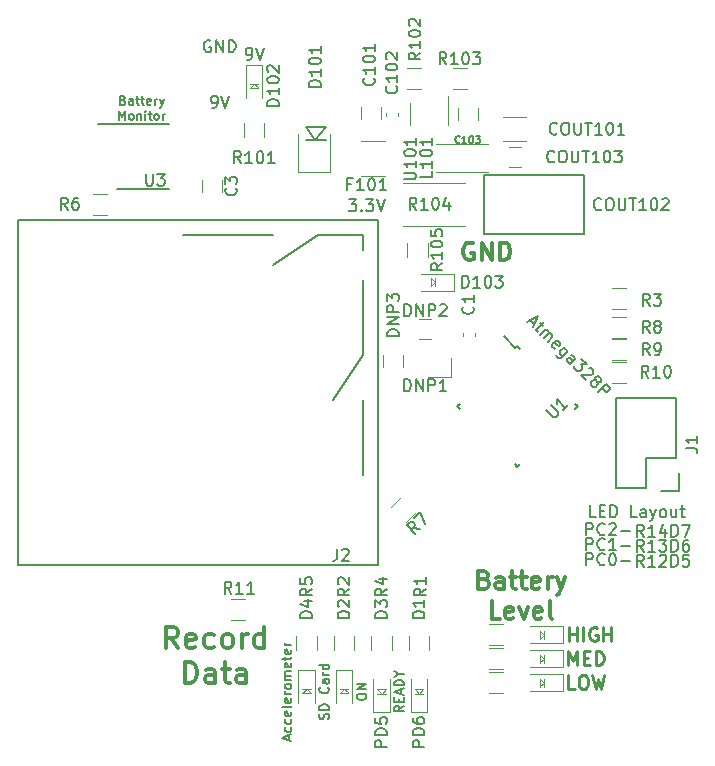
<source format=gbr>
G04 #@! TF.GenerationSoftware,KiCad,Pcbnew,5.1.4-e60b266~84~ubuntu18.04.1*
G04 #@! TF.CreationDate,2019-12-09T21:46:42-05:00*
G04 #@! TF.ProjectId,Accelerometer_Module,41636365-6c65-4726-9f6d-657465725f4d,rev?*
G04 #@! TF.SameCoordinates,Original*
G04 #@! TF.FileFunction,Legend,Top*
G04 #@! TF.FilePolarity,Positive*
%FSLAX46Y46*%
G04 Gerber Fmt 4.6, Leading zero omitted, Abs format (unit mm)*
G04 Created by KiCad (PCBNEW 5.1.4-e60b266~84~ubuntu18.04.1) date 2019-12-09 21:46:42*
%MOMM*%
%LPD*%
G04 APERTURE LIST*
%ADD10C,0.150000*%
%ADD11C,0.200000*%
%ADD12C,0.287500*%
%ADD13C,0.190500*%
%ADD14C,0.300000*%
%ADD15C,0.120000*%
%ADD16C,0.100000*%
G04 APERTURE END LIST*
D10*
X52548428Y-93288928D02*
X52655571Y-93324642D01*
X52691285Y-93360357D01*
X52727000Y-93431785D01*
X52727000Y-93538928D01*
X52691285Y-93610357D01*
X52655571Y-93646071D01*
X52584142Y-93681785D01*
X52298428Y-93681785D01*
X52298428Y-92931785D01*
X52548428Y-92931785D01*
X52619857Y-92967500D01*
X52655571Y-93003214D01*
X52691285Y-93074642D01*
X52691285Y-93146071D01*
X52655571Y-93217500D01*
X52619857Y-93253214D01*
X52548428Y-93288928D01*
X52298428Y-93288928D01*
X53369857Y-93681785D02*
X53369857Y-93288928D01*
X53334142Y-93217500D01*
X53262714Y-93181785D01*
X53119857Y-93181785D01*
X53048428Y-93217500D01*
X53369857Y-93646071D02*
X53298428Y-93681785D01*
X53119857Y-93681785D01*
X53048428Y-93646071D01*
X53012714Y-93574642D01*
X53012714Y-93503214D01*
X53048428Y-93431785D01*
X53119857Y-93396071D01*
X53298428Y-93396071D01*
X53369857Y-93360357D01*
X53619857Y-93181785D02*
X53905571Y-93181785D01*
X53727000Y-92931785D02*
X53727000Y-93574642D01*
X53762714Y-93646071D01*
X53834142Y-93681785D01*
X53905571Y-93681785D01*
X54048428Y-93181785D02*
X54334142Y-93181785D01*
X54155571Y-92931785D02*
X54155571Y-93574642D01*
X54191285Y-93646071D01*
X54262714Y-93681785D01*
X54334142Y-93681785D01*
X54869857Y-93646071D02*
X54798428Y-93681785D01*
X54655571Y-93681785D01*
X54584142Y-93646071D01*
X54548428Y-93574642D01*
X54548428Y-93288928D01*
X54584142Y-93217500D01*
X54655571Y-93181785D01*
X54798428Y-93181785D01*
X54869857Y-93217500D01*
X54905571Y-93288928D01*
X54905571Y-93360357D01*
X54548428Y-93431785D01*
X55227000Y-93681785D02*
X55227000Y-93181785D01*
X55227000Y-93324642D02*
X55262714Y-93253214D01*
X55298428Y-93217500D01*
X55369857Y-93181785D01*
X55441285Y-93181785D01*
X55619857Y-93181785D02*
X55798428Y-93681785D01*
X55977000Y-93181785D02*
X55798428Y-93681785D01*
X55727000Y-93860357D01*
X55691285Y-93896071D01*
X55619857Y-93931785D01*
X52209142Y-94956785D02*
X52209142Y-94206785D01*
X52459142Y-94742500D01*
X52709142Y-94206785D01*
X52709142Y-94956785D01*
X53173428Y-94956785D02*
X53102000Y-94921071D01*
X53066285Y-94885357D01*
X53030571Y-94813928D01*
X53030571Y-94599642D01*
X53066285Y-94528214D01*
X53102000Y-94492500D01*
X53173428Y-94456785D01*
X53280571Y-94456785D01*
X53352000Y-94492500D01*
X53387714Y-94528214D01*
X53423428Y-94599642D01*
X53423428Y-94813928D01*
X53387714Y-94885357D01*
X53352000Y-94921071D01*
X53280571Y-94956785D01*
X53173428Y-94956785D01*
X53744857Y-94456785D02*
X53744857Y-94956785D01*
X53744857Y-94528214D02*
X53780571Y-94492500D01*
X53852000Y-94456785D01*
X53959142Y-94456785D01*
X54030571Y-94492500D01*
X54066285Y-94563928D01*
X54066285Y-94956785D01*
X54423428Y-94956785D02*
X54423428Y-94456785D01*
X54423428Y-94206785D02*
X54387714Y-94242500D01*
X54423428Y-94278214D01*
X54459142Y-94242500D01*
X54423428Y-94206785D01*
X54423428Y-94278214D01*
X54673428Y-94456785D02*
X54959142Y-94456785D01*
X54780571Y-94206785D02*
X54780571Y-94849642D01*
X54816285Y-94921071D01*
X54887714Y-94956785D01*
X54959142Y-94956785D01*
X55316285Y-94956785D02*
X55244857Y-94921071D01*
X55209142Y-94885357D01*
X55173428Y-94813928D01*
X55173428Y-94599642D01*
X55209142Y-94528214D01*
X55244857Y-94492500D01*
X55316285Y-94456785D01*
X55423428Y-94456785D01*
X55494857Y-94492500D01*
X55530571Y-94528214D01*
X55566285Y-94599642D01*
X55566285Y-94813928D01*
X55530571Y-94885357D01*
X55494857Y-94921071D01*
X55423428Y-94956785D01*
X55316285Y-94956785D01*
X55887714Y-94956785D02*
X55887714Y-94456785D01*
X55887714Y-94599642D02*
X55923428Y-94528214D01*
X55959142Y-94492500D01*
X56030571Y-94456785D01*
X56102000Y-94456785D01*
X87030840Y-111904542D02*
X87367557Y-112241259D01*
X86761466Y-112039229D02*
X87704275Y-111567824D01*
X87232870Y-112510633D01*
X87838962Y-112173916D02*
X88108336Y-112443290D01*
X88175679Y-112039229D02*
X87569588Y-112645320D01*
X87535916Y-112746336D01*
X87569588Y-112847351D01*
X87636931Y-112914694D01*
X87872633Y-113150397D02*
X88344038Y-112678992D01*
X88276694Y-112746336D02*
X88344038Y-112746336D01*
X88445053Y-112780007D01*
X88546068Y-112881023D01*
X88579740Y-112982038D01*
X88546068Y-113083053D01*
X88175679Y-113453442D01*
X88546068Y-113083053D02*
X88647084Y-113049381D01*
X88748099Y-113083053D01*
X88849114Y-113184068D01*
X88882786Y-113285084D01*
X88849114Y-113386099D01*
X88478725Y-113756488D01*
X89118488Y-114328908D02*
X89017473Y-114295236D01*
X88882786Y-114160549D01*
X88849114Y-114059534D01*
X88882786Y-113958519D01*
X89152160Y-113689145D01*
X89253175Y-113655473D01*
X89354190Y-113689145D01*
X89488877Y-113823832D01*
X89522549Y-113924847D01*
X89488877Y-114025862D01*
X89421534Y-114093206D01*
X89017473Y-113823832D01*
X90195984Y-114530938D02*
X89623564Y-115103358D01*
X89522549Y-115137030D01*
X89455206Y-115137030D01*
X89354190Y-115103358D01*
X89253175Y-115002343D01*
X89219503Y-114901328D01*
X89758251Y-114968671D02*
X89657236Y-114935000D01*
X89522549Y-114800312D01*
X89488877Y-114699297D01*
X89488877Y-114631954D01*
X89522549Y-114530938D01*
X89724580Y-114328908D01*
X89825595Y-114295236D01*
X89892938Y-114295236D01*
X89993954Y-114328908D01*
X90128641Y-114463595D01*
X90162312Y-114564610D01*
X90364343Y-115642106D02*
X90734732Y-115271717D01*
X90768404Y-115170702D01*
X90734732Y-115069687D01*
X90600045Y-114934999D01*
X90499030Y-114901328D01*
X90398015Y-115608435D02*
X90296999Y-115574763D01*
X90128641Y-115406404D01*
X90094969Y-115305389D01*
X90128641Y-115204374D01*
X90195984Y-115137030D01*
X90297000Y-115103358D01*
X90398015Y-115137030D01*
X90566374Y-115305389D01*
X90667389Y-115339061D01*
X91340824Y-115204374D02*
X91778557Y-115642106D01*
X91273480Y-115675778D01*
X91374496Y-115776793D01*
X91408167Y-115877809D01*
X91408167Y-115945152D01*
X91374496Y-116046167D01*
X91206137Y-116214526D01*
X91105122Y-116248198D01*
X91037778Y-116248198D01*
X90936763Y-116214526D01*
X90734732Y-116012496D01*
X90701061Y-115911480D01*
X90701061Y-115844137D01*
X91980587Y-115978824D02*
X92047931Y-115978824D01*
X92148946Y-116012496D01*
X92317305Y-116180854D01*
X92350976Y-116281870D01*
X92350976Y-116349213D01*
X92317305Y-116450228D01*
X92249961Y-116517572D01*
X92115274Y-116584915D01*
X91307152Y-116584915D01*
X91744885Y-117022648D01*
X92553007Y-117022648D02*
X92519335Y-116921633D01*
X92519335Y-116854289D01*
X92553007Y-116753274D01*
X92586679Y-116719602D01*
X92687694Y-116685931D01*
X92755037Y-116685931D01*
X92856053Y-116719602D01*
X92990740Y-116854289D01*
X93024411Y-116955305D01*
X93024411Y-117022648D01*
X92990740Y-117123663D01*
X92957068Y-117157335D01*
X92856053Y-117191007D01*
X92788709Y-117191007D01*
X92687694Y-117157335D01*
X92553007Y-117022648D01*
X92451992Y-116988976D01*
X92384648Y-116988976D01*
X92283633Y-117022648D01*
X92148946Y-117157335D01*
X92115274Y-117258350D01*
X92115274Y-117325694D01*
X92148946Y-117426709D01*
X92283633Y-117561396D01*
X92384648Y-117595068D01*
X92451992Y-117595068D01*
X92553007Y-117561396D01*
X92687694Y-117426709D01*
X92721366Y-117325694D01*
X92721366Y-117258350D01*
X92687694Y-117157335D01*
X92721366Y-117999129D02*
X93428472Y-117292022D01*
X93697846Y-117561396D01*
X93731518Y-117662411D01*
X93731518Y-117729755D01*
X93697846Y-117830770D01*
X93596831Y-117931785D01*
X93495816Y-117965457D01*
X93428472Y-117965457D01*
X93327457Y-117931785D01*
X93058083Y-117662411D01*
X74874380Y-148050095D02*
X73874380Y-148050095D01*
X73874380Y-147669142D01*
X73922000Y-147573904D01*
X73969619Y-147526285D01*
X74064857Y-147478666D01*
X74207714Y-147478666D01*
X74302952Y-147526285D01*
X74350571Y-147573904D01*
X74398190Y-147669142D01*
X74398190Y-148050095D01*
X74874380Y-147050095D02*
X73874380Y-147050095D01*
X73874380Y-146812000D01*
X73922000Y-146669142D01*
X74017238Y-146573904D01*
X74112476Y-146526285D01*
X74302952Y-146478666D01*
X74445809Y-146478666D01*
X74636285Y-146526285D01*
X74731523Y-146573904D01*
X74826761Y-146669142D01*
X74874380Y-146812000D01*
X74874380Y-147050095D01*
X73874380Y-145573904D02*
X73874380Y-146050095D01*
X74350571Y-146097714D01*
X74302952Y-146050095D01*
X74255333Y-145954857D01*
X74255333Y-145716761D01*
X74302952Y-145621523D01*
X74350571Y-145573904D01*
X74445809Y-145526285D01*
X74683904Y-145526285D01*
X74779142Y-145573904D01*
X74826761Y-145621523D01*
X74874380Y-145716761D01*
X74874380Y-145954857D01*
X74826761Y-146050095D01*
X74779142Y-146097714D01*
X78049380Y-148050095D02*
X77049380Y-148050095D01*
X77049380Y-147669142D01*
X77097000Y-147573904D01*
X77144619Y-147526285D01*
X77239857Y-147478666D01*
X77382714Y-147478666D01*
X77477952Y-147526285D01*
X77525571Y-147573904D01*
X77573190Y-147669142D01*
X77573190Y-148050095D01*
X78049380Y-147050095D02*
X77049380Y-147050095D01*
X77049380Y-146812000D01*
X77097000Y-146669142D01*
X77192238Y-146573904D01*
X77287476Y-146526285D01*
X77477952Y-146478666D01*
X77620809Y-146478666D01*
X77811285Y-146526285D01*
X77906523Y-146573904D01*
X78001761Y-146669142D01*
X78049380Y-146812000D01*
X78049380Y-147050095D01*
X77049380Y-145621523D02*
X77049380Y-145812000D01*
X77097000Y-145907238D01*
X77144619Y-145954857D01*
X77287476Y-146050095D01*
X77477952Y-146097714D01*
X77858904Y-146097714D01*
X77954142Y-146050095D01*
X78001761Y-146002476D01*
X78049380Y-145907238D01*
X78049380Y-145716761D01*
X78001761Y-145621523D01*
X77954142Y-145573904D01*
X77858904Y-145526285D01*
X77620809Y-145526285D01*
X77525571Y-145573904D01*
X77477952Y-145621523D01*
X77430333Y-145716761D01*
X77430333Y-145907238D01*
X77477952Y-146002476D01*
X77525571Y-146050095D01*
X77620809Y-146097714D01*
D11*
X76307904Y-144583000D02*
X75926952Y-144849666D01*
X76307904Y-145040142D02*
X75507904Y-145040142D01*
X75507904Y-144735380D01*
X75546000Y-144659190D01*
X75584095Y-144621095D01*
X75660285Y-144583000D01*
X75774571Y-144583000D01*
X75850761Y-144621095D01*
X75888857Y-144659190D01*
X75926952Y-144735380D01*
X75926952Y-145040142D01*
X75888857Y-144240142D02*
X75888857Y-143973476D01*
X76307904Y-143859190D02*
X76307904Y-144240142D01*
X75507904Y-144240142D01*
X75507904Y-143859190D01*
X76079333Y-143554428D02*
X76079333Y-143173476D01*
X76307904Y-143630619D02*
X75507904Y-143363952D01*
X76307904Y-143097285D01*
X76307904Y-142830619D02*
X75507904Y-142830619D01*
X75507904Y-142640142D01*
X75546000Y-142525857D01*
X75622190Y-142449666D01*
X75698380Y-142411571D01*
X75850761Y-142373476D01*
X75965047Y-142373476D01*
X76117428Y-142411571D01*
X76193619Y-142449666D01*
X76269809Y-142525857D01*
X76307904Y-142640142D01*
X76307904Y-142830619D01*
X75926952Y-141878238D02*
X76307904Y-141878238D01*
X75507904Y-142144904D02*
X75926952Y-141878238D01*
X75507904Y-141611571D01*
D10*
X92559619Y-128595380D02*
X92083428Y-128595380D01*
X92083428Y-127595380D01*
X92892952Y-128071571D02*
X93226285Y-128071571D01*
X93369142Y-128595380D02*
X92892952Y-128595380D01*
X92892952Y-127595380D01*
X93369142Y-127595380D01*
X93797714Y-128595380D02*
X93797714Y-127595380D01*
X94035809Y-127595380D01*
X94178666Y-127643000D01*
X94273904Y-127738238D01*
X94321523Y-127833476D01*
X94369142Y-128023952D01*
X94369142Y-128166809D01*
X94321523Y-128357285D01*
X94273904Y-128452523D01*
X94178666Y-128547761D01*
X94035809Y-128595380D01*
X93797714Y-128595380D01*
X96035809Y-128595380D02*
X95559619Y-128595380D01*
X95559619Y-127595380D01*
X96797714Y-128595380D02*
X96797714Y-128071571D01*
X96750095Y-127976333D01*
X96654857Y-127928714D01*
X96464380Y-127928714D01*
X96369142Y-127976333D01*
X96797714Y-128547761D02*
X96702476Y-128595380D01*
X96464380Y-128595380D01*
X96369142Y-128547761D01*
X96321523Y-128452523D01*
X96321523Y-128357285D01*
X96369142Y-128262047D01*
X96464380Y-128214428D01*
X96702476Y-128214428D01*
X96797714Y-128166809D01*
X97178666Y-127928714D02*
X97416761Y-128595380D01*
X97654857Y-127928714D02*
X97416761Y-128595380D01*
X97321523Y-128833476D01*
X97273904Y-128881095D01*
X97178666Y-128928714D01*
X98178666Y-128595380D02*
X98083428Y-128547761D01*
X98035809Y-128500142D01*
X97988190Y-128404904D01*
X97988190Y-128119190D01*
X98035809Y-128023952D01*
X98083428Y-127976333D01*
X98178666Y-127928714D01*
X98321523Y-127928714D01*
X98416761Y-127976333D01*
X98464380Y-128023952D01*
X98512000Y-128119190D01*
X98512000Y-128404904D01*
X98464380Y-128500142D01*
X98416761Y-128547761D01*
X98321523Y-128595380D01*
X98178666Y-128595380D01*
X99369142Y-127928714D02*
X99369142Y-128595380D01*
X98940571Y-127928714D02*
X98940571Y-128452523D01*
X98988190Y-128547761D01*
X99083428Y-128595380D01*
X99226285Y-128595380D01*
X99321523Y-128547761D01*
X99369142Y-128500142D01*
X99702476Y-127928714D02*
X100083428Y-127928714D01*
X99845333Y-127595380D02*
X99845333Y-128452523D01*
X99892952Y-128547761D01*
X99988190Y-128595380D01*
X100083428Y-128595380D01*
X91741857Y-132659380D02*
X91741857Y-131659380D01*
X92122809Y-131659380D01*
X92218047Y-131707000D01*
X92265666Y-131754619D01*
X92313285Y-131849857D01*
X92313285Y-131992714D01*
X92265666Y-132087952D01*
X92218047Y-132135571D01*
X92122809Y-132183190D01*
X91741857Y-132183190D01*
X93313285Y-132564142D02*
X93265666Y-132611761D01*
X93122809Y-132659380D01*
X93027571Y-132659380D01*
X92884714Y-132611761D01*
X92789476Y-132516523D01*
X92741857Y-132421285D01*
X92694238Y-132230809D01*
X92694238Y-132087952D01*
X92741857Y-131897476D01*
X92789476Y-131802238D01*
X92884714Y-131707000D01*
X93027571Y-131659380D01*
X93122809Y-131659380D01*
X93265666Y-131707000D01*
X93313285Y-131754619D01*
X93932333Y-131659380D02*
X94027571Y-131659380D01*
X94122809Y-131707000D01*
X94170428Y-131754619D01*
X94218047Y-131849857D01*
X94265666Y-132040333D01*
X94265666Y-132278428D01*
X94218047Y-132468904D01*
X94170428Y-132564142D01*
X94122809Y-132611761D01*
X94027571Y-132659380D01*
X93932333Y-132659380D01*
X93837095Y-132611761D01*
X93789476Y-132564142D01*
X93741857Y-132468904D01*
X93694238Y-132278428D01*
X93694238Y-132040333D01*
X93741857Y-131849857D01*
X93789476Y-131754619D01*
X93837095Y-131707000D01*
X93932333Y-131659380D01*
X94694238Y-132278428D02*
X95456142Y-132278428D01*
X91741857Y-131389380D02*
X91741857Y-130389380D01*
X92122809Y-130389380D01*
X92218047Y-130437000D01*
X92265666Y-130484619D01*
X92313285Y-130579857D01*
X92313285Y-130722714D01*
X92265666Y-130817952D01*
X92218047Y-130865571D01*
X92122809Y-130913190D01*
X91741857Y-130913190D01*
X93313285Y-131294142D02*
X93265666Y-131341761D01*
X93122809Y-131389380D01*
X93027571Y-131389380D01*
X92884714Y-131341761D01*
X92789476Y-131246523D01*
X92741857Y-131151285D01*
X92694238Y-130960809D01*
X92694238Y-130817952D01*
X92741857Y-130627476D01*
X92789476Y-130532238D01*
X92884714Y-130437000D01*
X93027571Y-130389380D01*
X93122809Y-130389380D01*
X93265666Y-130437000D01*
X93313285Y-130484619D01*
X94265666Y-131389380D02*
X93694238Y-131389380D01*
X93979952Y-131389380D02*
X93979952Y-130389380D01*
X93884714Y-130532238D01*
X93789476Y-130627476D01*
X93694238Y-130675095D01*
X94694238Y-131008428D02*
X95456142Y-131008428D01*
X91741857Y-130119380D02*
X91741857Y-129119380D01*
X92122809Y-129119380D01*
X92218047Y-129167000D01*
X92265666Y-129214619D01*
X92313285Y-129309857D01*
X92313285Y-129452714D01*
X92265666Y-129547952D01*
X92218047Y-129595571D01*
X92122809Y-129643190D01*
X91741857Y-129643190D01*
X93313285Y-130024142D02*
X93265666Y-130071761D01*
X93122809Y-130119380D01*
X93027571Y-130119380D01*
X92884714Y-130071761D01*
X92789476Y-129976523D01*
X92741857Y-129881285D01*
X92694238Y-129690809D01*
X92694238Y-129547952D01*
X92741857Y-129357476D01*
X92789476Y-129262238D01*
X92884714Y-129167000D01*
X93027571Y-129119380D01*
X93122809Y-129119380D01*
X93265666Y-129167000D01*
X93313285Y-129214619D01*
X93694238Y-129214619D02*
X93741857Y-129167000D01*
X93837095Y-129119380D01*
X94075190Y-129119380D01*
X94170428Y-129167000D01*
X94218047Y-129214619D01*
X94265666Y-129309857D01*
X94265666Y-129405095D01*
X94218047Y-129547952D01*
X93646619Y-130119380D01*
X94265666Y-130119380D01*
X94694238Y-129738428D02*
X95456142Y-129738428D01*
D12*
X90790428Y-143141238D02*
X90242809Y-143141238D01*
X90242809Y-141991238D01*
X91392809Y-141991238D02*
X91611857Y-141991238D01*
X91721380Y-142046000D01*
X91830904Y-142155523D01*
X91885666Y-142374571D01*
X91885666Y-142757904D01*
X91830904Y-142976952D01*
X91721380Y-143086476D01*
X91611857Y-143141238D01*
X91392809Y-143141238D01*
X91283285Y-143086476D01*
X91173761Y-142976952D01*
X91119000Y-142757904D01*
X91119000Y-142374571D01*
X91173761Y-142155523D01*
X91283285Y-142046000D01*
X91392809Y-141991238D01*
X92269000Y-141991238D02*
X92542809Y-143141238D01*
X92761857Y-142319809D01*
X92980904Y-143141238D01*
X93254714Y-141991238D01*
X90215428Y-141109238D02*
X90215428Y-139959238D01*
X90598761Y-140780666D01*
X90982095Y-139959238D01*
X90982095Y-141109238D01*
X91529714Y-140506857D02*
X91913047Y-140506857D01*
X92077333Y-141109238D02*
X91529714Y-141109238D01*
X91529714Y-139959238D01*
X92077333Y-139959238D01*
X92570190Y-141109238D02*
X92570190Y-139959238D01*
X92844000Y-139959238D01*
X93008285Y-140014000D01*
X93117809Y-140123523D01*
X93172571Y-140233047D01*
X93227333Y-140452095D01*
X93227333Y-140616380D01*
X93172571Y-140835428D01*
X93117809Y-140944952D01*
X93008285Y-141054476D01*
X92844000Y-141109238D01*
X92570190Y-141109238D01*
X90295238Y-139077238D02*
X90295238Y-137927238D01*
X90295238Y-138474857D02*
X90952380Y-138474857D01*
X90952380Y-139077238D02*
X90952380Y-137927238D01*
X91500000Y-139077238D02*
X91500000Y-137927238D01*
X92650000Y-137982000D02*
X92540476Y-137927238D01*
X92376190Y-137927238D01*
X92211904Y-137982000D01*
X92102380Y-138091523D01*
X92047619Y-138201047D01*
X91992857Y-138420095D01*
X91992857Y-138584380D01*
X92047619Y-138803428D01*
X92102380Y-138912952D01*
X92211904Y-139022476D01*
X92376190Y-139077238D01*
X92485714Y-139077238D01*
X92650000Y-139022476D01*
X92704761Y-138967714D01*
X92704761Y-138584380D01*
X92485714Y-138584380D01*
X93197619Y-139077238D02*
X93197619Y-137927238D01*
X93197619Y-138474857D02*
X93854761Y-138474857D01*
X93854761Y-139077238D02*
X93854761Y-137927238D01*
D11*
X69919809Y-145687761D02*
X69957904Y-145573476D01*
X69957904Y-145383000D01*
X69919809Y-145306809D01*
X69881714Y-145268714D01*
X69805523Y-145230619D01*
X69729333Y-145230619D01*
X69653142Y-145268714D01*
X69615047Y-145306809D01*
X69576952Y-145383000D01*
X69538857Y-145535380D01*
X69500761Y-145611571D01*
X69462666Y-145649666D01*
X69386476Y-145687761D01*
X69310285Y-145687761D01*
X69234095Y-145649666D01*
X69196000Y-145611571D01*
X69157904Y-145535380D01*
X69157904Y-145344904D01*
X69196000Y-145230619D01*
X69957904Y-144887761D02*
X69157904Y-144887761D01*
X69157904Y-144697285D01*
X69196000Y-144583000D01*
X69272190Y-144506809D01*
X69348380Y-144468714D01*
X69500761Y-144430619D01*
X69615047Y-144430619D01*
X69767428Y-144468714D01*
X69843619Y-144506809D01*
X69919809Y-144583000D01*
X69957904Y-144697285D01*
X69957904Y-144887761D01*
X69881714Y-143021095D02*
X69919809Y-143059190D01*
X69957904Y-143173476D01*
X69957904Y-143249666D01*
X69919809Y-143363952D01*
X69843619Y-143440142D01*
X69767428Y-143478238D01*
X69615047Y-143516333D01*
X69500761Y-143516333D01*
X69348380Y-143478238D01*
X69272190Y-143440142D01*
X69196000Y-143363952D01*
X69157904Y-143249666D01*
X69157904Y-143173476D01*
X69196000Y-143059190D01*
X69234095Y-143021095D01*
X69957904Y-142335380D02*
X69538857Y-142335380D01*
X69462666Y-142373476D01*
X69424571Y-142449666D01*
X69424571Y-142602047D01*
X69462666Y-142678238D01*
X69919809Y-142335380D02*
X69957904Y-142411571D01*
X69957904Y-142602047D01*
X69919809Y-142678238D01*
X69843619Y-142716333D01*
X69767428Y-142716333D01*
X69691238Y-142678238D01*
X69653142Y-142602047D01*
X69653142Y-142411571D01*
X69615047Y-142335380D01*
X69957904Y-141954428D02*
X69424571Y-141954428D01*
X69576952Y-141954428D02*
X69500761Y-141916333D01*
X69462666Y-141878238D01*
X69424571Y-141802047D01*
X69424571Y-141725857D01*
X69957904Y-141116333D02*
X69157904Y-141116333D01*
X69919809Y-141116333D02*
X69957904Y-141192523D01*
X69957904Y-141344904D01*
X69919809Y-141421095D01*
X69881714Y-141459190D01*
X69805523Y-141497285D01*
X69576952Y-141497285D01*
X69500761Y-141459190D01*
X69462666Y-141421095D01*
X69424571Y-141344904D01*
X69424571Y-141192523D01*
X69462666Y-141116333D01*
X66554333Y-147459190D02*
X66554333Y-147078238D01*
X66782904Y-147535380D02*
X65982904Y-147268714D01*
X66782904Y-147002047D01*
X66744809Y-146392523D02*
X66782904Y-146468714D01*
X66782904Y-146621095D01*
X66744809Y-146697285D01*
X66706714Y-146735380D01*
X66630523Y-146773476D01*
X66401952Y-146773476D01*
X66325761Y-146735380D01*
X66287666Y-146697285D01*
X66249571Y-146621095D01*
X66249571Y-146468714D01*
X66287666Y-146392523D01*
X66744809Y-145706809D02*
X66782904Y-145783000D01*
X66782904Y-145935380D01*
X66744809Y-146011571D01*
X66706714Y-146049666D01*
X66630523Y-146087761D01*
X66401952Y-146087761D01*
X66325761Y-146049666D01*
X66287666Y-146011571D01*
X66249571Y-145935380D01*
X66249571Y-145783000D01*
X66287666Y-145706809D01*
X66744809Y-145059190D02*
X66782904Y-145135380D01*
X66782904Y-145287761D01*
X66744809Y-145363952D01*
X66668619Y-145402047D01*
X66363857Y-145402047D01*
X66287666Y-145363952D01*
X66249571Y-145287761D01*
X66249571Y-145135380D01*
X66287666Y-145059190D01*
X66363857Y-145021095D01*
X66440047Y-145021095D01*
X66516238Y-145402047D01*
X66782904Y-144563952D02*
X66744809Y-144640142D01*
X66668619Y-144678238D01*
X65982904Y-144678238D01*
X66744809Y-143954428D02*
X66782904Y-144030619D01*
X66782904Y-144183000D01*
X66744809Y-144259190D01*
X66668619Y-144297285D01*
X66363857Y-144297285D01*
X66287666Y-144259190D01*
X66249571Y-144183000D01*
X66249571Y-144030619D01*
X66287666Y-143954428D01*
X66363857Y-143916333D01*
X66440047Y-143916333D01*
X66516238Y-144297285D01*
X66782904Y-143573476D02*
X66249571Y-143573476D01*
X66401952Y-143573476D02*
X66325761Y-143535380D01*
X66287666Y-143497285D01*
X66249571Y-143421095D01*
X66249571Y-143344904D01*
X66782904Y-142963952D02*
X66744809Y-143040142D01*
X66706714Y-143078238D01*
X66630523Y-143116333D01*
X66401952Y-143116333D01*
X66325761Y-143078238D01*
X66287666Y-143040142D01*
X66249571Y-142963952D01*
X66249571Y-142849666D01*
X66287666Y-142773476D01*
X66325761Y-142735380D01*
X66401952Y-142697285D01*
X66630523Y-142697285D01*
X66706714Y-142735380D01*
X66744809Y-142773476D01*
X66782904Y-142849666D01*
X66782904Y-142963952D01*
X66782904Y-142354428D02*
X66249571Y-142354428D01*
X66325761Y-142354428D02*
X66287666Y-142316333D01*
X66249571Y-142240142D01*
X66249571Y-142125857D01*
X66287666Y-142049666D01*
X66363857Y-142011571D01*
X66782904Y-142011571D01*
X66363857Y-142011571D02*
X66287666Y-141973476D01*
X66249571Y-141897285D01*
X66249571Y-141783000D01*
X66287666Y-141706809D01*
X66363857Y-141668714D01*
X66782904Y-141668714D01*
X66744809Y-140983000D02*
X66782904Y-141059190D01*
X66782904Y-141211571D01*
X66744809Y-141287761D01*
X66668619Y-141325857D01*
X66363857Y-141325857D01*
X66287666Y-141287761D01*
X66249571Y-141211571D01*
X66249571Y-141059190D01*
X66287666Y-140983000D01*
X66363857Y-140944904D01*
X66440047Y-140944904D01*
X66516238Y-141325857D01*
X66249571Y-140716333D02*
X66249571Y-140411571D01*
X65982904Y-140602047D02*
X66668619Y-140602047D01*
X66744809Y-140563952D01*
X66782904Y-140487761D01*
X66782904Y-140411571D01*
X66744809Y-139840142D02*
X66782904Y-139916333D01*
X66782904Y-140068714D01*
X66744809Y-140144904D01*
X66668619Y-140183000D01*
X66363857Y-140183000D01*
X66287666Y-140144904D01*
X66249571Y-140068714D01*
X66249571Y-139916333D01*
X66287666Y-139840142D01*
X66363857Y-139802047D01*
X66440047Y-139802047D01*
X66516238Y-140183000D01*
X66782904Y-139459190D02*
X66249571Y-139459190D01*
X66401952Y-139459190D02*
X66325761Y-139421095D01*
X66287666Y-139383000D01*
X66249571Y-139306809D01*
X66249571Y-139230619D01*
D13*
X62998047Y-89867619D02*
X63191571Y-89867619D01*
X63288333Y-89819238D01*
X63336714Y-89770857D01*
X63433476Y-89625714D01*
X63481857Y-89432190D01*
X63481857Y-89045142D01*
X63433476Y-88948380D01*
X63385095Y-88900000D01*
X63288333Y-88851619D01*
X63094809Y-88851619D01*
X62998047Y-88900000D01*
X62949666Y-88948380D01*
X62901285Y-89045142D01*
X62901285Y-89287047D01*
X62949666Y-89383809D01*
X62998047Y-89432190D01*
X63094809Y-89480571D01*
X63288333Y-89480571D01*
X63385095Y-89432190D01*
X63433476Y-89383809D01*
X63481857Y-89287047D01*
X63772142Y-88851619D02*
X64110809Y-89867619D01*
X64449476Y-88851619D01*
D11*
X72332904Y-143878238D02*
X72332904Y-143725857D01*
X72371000Y-143649666D01*
X72447190Y-143573476D01*
X72599571Y-143535380D01*
X72866238Y-143535380D01*
X73018619Y-143573476D01*
X73094809Y-143649666D01*
X73132904Y-143725857D01*
X73132904Y-143878238D01*
X73094809Y-143954428D01*
X73018619Y-144030619D01*
X72866238Y-144068714D01*
X72599571Y-144068714D01*
X72447190Y-144030619D01*
X72371000Y-143954428D01*
X72332904Y-143878238D01*
X73132904Y-143192523D02*
X72332904Y-143192523D01*
X73132904Y-142735380D01*
X72332904Y-142735380D01*
D14*
X83125857Y-133872857D02*
X83340142Y-133944285D01*
X83411571Y-134015714D01*
X83483000Y-134158571D01*
X83483000Y-134372857D01*
X83411571Y-134515714D01*
X83340142Y-134587142D01*
X83197285Y-134658571D01*
X82625857Y-134658571D01*
X82625857Y-133158571D01*
X83125857Y-133158571D01*
X83268714Y-133230000D01*
X83340142Y-133301428D01*
X83411571Y-133444285D01*
X83411571Y-133587142D01*
X83340142Y-133730000D01*
X83268714Y-133801428D01*
X83125857Y-133872857D01*
X82625857Y-133872857D01*
X84768714Y-134658571D02*
X84768714Y-133872857D01*
X84697285Y-133730000D01*
X84554428Y-133658571D01*
X84268714Y-133658571D01*
X84125857Y-133730000D01*
X84768714Y-134587142D02*
X84625857Y-134658571D01*
X84268714Y-134658571D01*
X84125857Y-134587142D01*
X84054428Y-134444285D01*
X84054428Y-134301428D01*
X84125857Y-134158571D01*
X84268714Y-134087142D01*
X84625857Y-134087142D01*
X84768714Y-134015714D01*
X85268714Y-133658571D02*
X85840142Y-133658571D01*
X85483000Y-133158571D02*
X85483000Y-134444285D01*
X85554428Y-134587142D01*
X85697285Y-134658571D01*
X85840142Y-134658571D01*
X86125857Y-133658571D02*
X86697285Y-133658571D01*
X86340142Y-133158571D02*
X86340142Y-134444285D01*
X86411571Y-134587142D01*
X86554428Y-134658571D01*
X86697285Y-134658571D01*
X87768714Y-134587142D02*
X87625857Y-134658571D01*
X87340142Y-134658571D01*
X87197285Y-134587142D01*
X87125857Y-134444285D01*
X87125857Y-133872857D01*
X87197285Y-133730000D01*
X87340142Y-133658571D01*
X87625857Y-133658571D01*
X87768714Y-133730000D01*
X87840142Y-133872857D01*
X87840142Y-134015714D01*
X87125857Y-134158571D01*
X88483000Y-134658571D02*
X88483000Y-133658571D01*
X88483000Y-133944285D02*
X88554428Y-133801428D01*
X88625857Y-133730000D01*
X88768714Y-133658571D01*
X88911571Y-133658571D01*
X89268714Y-133658571D02*
X89625857Y-134658571D01*
X89983000Y-133658571D02*
X89625857Y-134658571D01*
X89483000Y-135015714D01*
X89411571Y-135087142D01*
X89268714Y-135158571D01*
X84447285Y-137208571D02*
X83733000Y-137208571D01*
X83733000Y-135708571D01*
X85518714Y-137137142D02*
X85375857Y-137208571D01*
X85090142Y-137208571D01*
X84947285Y-137137142D01*
X84875857Y-136994285D01*
X84875857Y-136422857D01*
X84947285Y-136280000D01*
X85090142Y-136208571D01*
X85375857Y-136208571D01*
X85518714Y-136280000D01*
X85590142Y-136422857D01*
X85590142Y-136565714D01*
X84875857Y-136708571D01*
X86090142Y-136208571D02*
X86447285Y-137208571D01*
X86804428Y-136208571D01*
X87947285Y-137137142D02*
X87804428Y-137208571D01*
X87518714Y-137208571D01*
X87375857Y-137137142D01*
X87304428Y-136994285D01*
X87304428Y-136422857D01*
X87375857Y-136280000D01*
X87518714Y-136208571D01*
X87804428Y-136208571D01*
X87947285Y-136280000D01*
X88018714Y-136422857D01*
X88018714Y-136565714D01*
X87304428Y-136708571D01*
X88875857Y-137208571D02*
X88733000Y-137137142D01*
X88661571Y-136994285D01*
X88661571Y-135708571D01*
X57192333Y-139655833D02*
X56599666Y-138809166D01*
X56176333Y-139655833D02*
X56176333Y-137877833D01*
X56853666Y-137877833D01*
X57023000Y-137962500D01*
X57107666Y-138047166D01*
X57192333Y-138216500D01*
X57192333Y-138470500D01*
X57107666Y-138639833D01*
X57023000Y-138724500D01*
X56853666Y-138809166D01*
X56176333Y-138809166D01*
X58631666Y-139571166D02*
X58462333Y-139655833D01*
X58123666Y-139655833D01*
X57954333Y-139571166D01*
X57869666Y-139401833D01*
X57869666Y-138724500D01*
X57954333Y-138555166D01*
X58123666Y-138470500D01*
X58462333Y-138470500D01*
X58631666Y-138555166D01*
X58716333Y-138724500D01*
X58716333Y-138893833D01*
X57869666Y-139063166D01*
X60240333Y-139571166D02*
X60071000Y-139655833D01*
X59732333Y-139655833D01*
X59563000Y-139571166D01*
X59478333Y-139486500D01*
X59393666Y-139317166D01*
X59393666Y-138809166D01*
X59478333Y-138639833D01*
X59563000Y-138555166D01*
X59732333Y-138470500D01*
X60071000Y-138470500D01*
X60240333Y-138555166D01*
X61256333Y-139655833D02*
X61087000Y-139571166D01*
X61002333Y-139486500D01*
X60917666Y-139317166D01*
X60917666Y-138809166D01*
X61002333Y-138639833D01*
X61087000Y-138555166D01*
X61256333Y-138470500D01*
X61510333Y-138470500D01*
X61679666Y-138555166D01*
X61764333Y-138639833D01*
X61849000Y-138809166D01*
X61849000Y-139317166D01*
X61764333Y-139486500D01*
X61679666Y-139571166D01*
X61510333Y-139655833D01*
X61256333Y-139655833D01*
X62611000Y-139655833D02*
X62611000Y-138470500D01*
X62611000Y-138809166D02*
X62695666Y-138639833D01*
X62780333Y-138555166D01*
X62949666Y-138470500D01*
X63119000Y-138470500D01*
X64473666Y-139655833D02*
X64473666Y-137877833D01*
X64473666Y-139571166D02*
X64304333Y-139655833D01*
X63965666Y-139655833D01*
X63796333Y-139571166D01*
X63711666Y-139486500D01*
X63627000Y-139317166D01*
X63627000Y-138809166D01*
X63711666Y-138639833D01*
X63796333Y-138555166D01*
X63965666Y-138470500D01*
X64304333Y-138470500D01*
X64473666Y-138555166D01*
X57742666Y-142622833D02*
X57742666Y-140844833D01*
X58166000Y-140844833D01*
X58420000Y-140929500D01*
X58589333Y-141098833D01*
X58674000Y-141268166D01*
X58758666Y-141606833D01*
X58758666Y-141860833D01*
X58674000Y-142199500D01*
X58589333Y-142368833D01*
X58420000Y-142538166D01*
X58166000Y-142622833D01*
X57742666Y-142622833D01*
X60282666Y-142622833D02*
X60282666Y-141691500D01*
X60198000Y-141522166D01*
X60028666Y-141437500D01*
X59690000Y-141437500D01*
X59520666Y-141522166D01*
X60282666Y-142538166D02*
X60113333Y-142622833D01*
X59690000Y-142622833D01*
X59520666Y-142538166D01*
X59436000Y-142368833D01*
X59436000Y-142199500D01*
X59520666Y-142030166D01*
X59690000Y-141945500D01*
X60113333Y-141945500D01*
X60282666Y-141860833D01*
X60875333Y-141437500D02*
X61552666Y-141437500D01*
X61129333Y-140844833D02*
X61129333Y-142368833D01*
X61214000Y-142538166D01*
X61383333Y-142622833D01*
X61552666Y-142622833D01*
X62907333Y-142622833D02*
X62907333Y-141691500D01*
X62822666Y-141522166D01*
X62653333Y-141437500D01*
X62314666Y-141437500D01*
X62145333Y-141522166D01*
X62907333Y-142538166D02*
X62738000Y-142622833D01*
X62314666Y-142622833D01*
X62145333Y-142538166D01*
X62060666Y-142368833D01*
X62060666Y-142199500D01*
X62145333Y-142030166D01*
X62314666Y-141945500D01*
X62738000Y-141945500D01*
X62907333Y-141860833D01*
D13*
X59931904Y-88265000D02*
X59835142Y-88216619D01*
X59690000Y-88216619D01*
X59544857Y-88265000D01*
X59448095Y-88361761D01*
X59399714Y-88458523D01*
X59351333Y-88652047D01*
X59351333Y-88797190D01*
X59399714Y-88990714D01*
X59448095Y-89087476D01*
X59544857Y-89184238D01*
X59690000Y-89232619D01*
X59786761Y-89232619D01*
X59931904Y-89184238D01*
X59980285Y-89135857D01*
X59980285Y-88797190D01*
X59786761Y-88797190D01*
X60415714Y-89232619D02*
X60415714Y-88216619D01*
X60996285Y-89232619D01*
X60996285Y-88216619D01*
X61480095Y-89232619D02*
X61480095Y-88216619D01*
X61722000Y-88216619D01*
X61867142Y-88265000D01*
X61963904Y-88361761D01*
X62012285Y-88458523D01*
X62060666Y-88652047D01*
X62060666Y-88797190D01*
X62012285Y-88990714D01*
X61963904Y-89087476D01*
X61867142Y-89184238D01*
X61722000Y-89232619D01*
X61480095Y-89232619D01*
X71652190Y-101678619D02*
X72281142Y-101678619D01*
X71942476Y-102065666D01*
X72087619Y-102065666D01*
X72184380Y-102114047D01*
X72232761Y-102162428D01*
X72281142Y-102259190D01*
X72281142Y-102501095D01*
X72232761Y-102597857D01*
X72184380Y-102646238D01*
X72087619Y-102694619D01*
X71797333Y-102694619D01*
X71700571Y-102646238D01*
X71652190Y-102597857D01*
X72716571Y-102597857D02*
X72764952Y-102646238D01*
X72716571Y-102694619D01*
X72668190Y-102646238D01*
X72716571Y-102597857D01*
X72716571Y-102694619D01*
X73103619Y-101678619D02*
X73732571Y-101678619D01*
X73393904Y-102065666D01*
X73539047Y-102065666D01*
X73635809Y-102114047D01*
X73684190Y-102162428D01*
X73732571Y-102259190D01*
X73732571Y-102501095D01*
X73684190Y-102597857D01*
X73635809Y-102646238D01*
X73539047Y-102694619D01*
X73248761Y-102694619D01*
X73152000Y-102646238D01*
X73103619Y-102597857D01*
X74022857Y-101678619D02*
X74361523Y-102694619D01*
X74700190Y-101678619D01*
D14*
X82169142Y-105422000D02*
X82026285Y-105350571D01*
X81812000Y-105350571D01*
X81597714Y-105422000D01*
X81454857Y-105564857D01*
X81383428Y-105707714D01*
X81312000Y-105993428D01*
X81312000Y-106207714D01*
X81383428Y-106493428D01*
X81454857Y-106636285D01*
X81597714Y-106779142D01*
X81812000Y-106850571D01*
X81954857Y-106850571D01*
X82169142Y-106779142D01*
X82240571Y-106707714D01*
X82240571Y-106207714D01*
X81954857Y-106207714D01*
X82883428Y-106850571D02*
X82883428Y-105350571D01*
X83740571Y-106850571D01*
X83740571Y-105350571D01*
X84454857Y-106850571D02*
X84454857Y-105350571D01*
X84812000Y-105350571D01*
X85026285Y-105422000D01*
X85169142Y-105564857D01*
X85240571Y-105707714D01*
X85312000Y-105993428D01*
X85312000Y-106207714D01*
X85240571Y-106493428D01*
X85169142Y-106636285D01*
X85026285Y-106779142D01*
X84812000Y-106850571D01*
X84454857Y-106850571D01*
D13*
X60077047Y-93931619D02*
X60270571Y-93931619D01*
X60367333Y-93883238D01*
X60415714Y-93834857D01*
X60512476Y-93689714D01*
X60560857Y-93496190D01*
X60560857Y-93109142D01*
X60512476Y-93012380D01*
X60464095Y-92964000D01*
X60367333Y-92915619D01*
X60173809Y-92915619D01*
X60077047Y-92964000D01*
X60028666Y-93012380D01*
X59980285Y-93109142D01*
X59980285Y-93351047D01*
X60028666Y-93447809D01*
X60077047Y-93496190D01*
X60173809Y-93544571D01*
X60367333Y-93544571D01*
X60464095Y-93496190D01*
X60512476Y-93447809D01*
X60560857Y-93351047D01*
X60851142Y-92915619D02*
X61189809Y-93931619D01*
X61528476Y-92915619D01*
D10*
X72843000Y-108481000D02*
X72843000Y-114831000D01*
X72843000Y-114831000D02*
X70303000Y-118641000D01*
X72843000Y-124991000D02*
X72843000Y-118641000D01*
X72843000Y-105941000D02*
X72843000Y-104671000D01*
X69033000Y-104671000D02*
X65223000Y-107211000D01*
X57603000Y-104671000D02*
X65223000Y-104671000D01*
X43633000Y-107211000D02*
X43633000Y-123721000D01*
X43633000Y-123721000D02*
X43633000Y-132611000D01*
X43633000Y-132611000D02*
X74113000Y-132611000D01*
X74113000Y-103401000D02*
X43633000Y-103401000D01*
X43633000Y-103401000D02*
X43633000Y-107211000D01*
X74113000Y-132611000D02*
X74113000Y-103401000D01*
X72843000Y-104671000D02*
X69033000Y-104671000D01*
D15*
X78350000Y-105384000D02*
X78350000Y-106584000D01*
X76590000Y-106584000D02*
X76590000Y-105384000D01*
X62747000Y-96424000D02*
X62747000Y-95224000D01*
X64507000Y-95224000D02*
X64507000Y-96424000D01*
X83535000Y-137677000D02*
X84735000Y-137677000D01*
X84735000Y-139437000D02*
X83535000Y-139437000D01*
X83540000Y-139709000D02*
X84740000Y-139709000D01*
X84740000Y-141469000D02*
X83540000Y-141469000D01*
X83535000Y-141741000D02*
X84735000Y-141741000D01*
X84735000Y-143501000D02*
X83535000Y-143501000D01*
X68952000Y-138653000D02*
X68952000Y-139853000D01*
X67192000Y-139853000D02*
X67192000Y-138653000D01*
X73542000Y-139853000D02*
X73542000Y-138653000D01*
X75302000Y-138653000D02*
X75302000Y-139853000D01*
X70367000Y-139858000D02*
X70367000Y-138658000D01*
X72127000Y-138658000D02*
X72127000Y-139858000D01*
X78477000Y-138658000D02*
X78477000Y-139858000D01*
X76717000Y-139858000D02*
X76717000Y-138658000D01*
X95154000Y-117212000D02*
X93954000Y-117212000D01*
X93954000Y-115452000D02*
X95154000Y-115452000D01*
X95149000Y-115307000D02*
X93949000Y-115307000D01*
X93949000Y-113547000D02*
X95149000Y-113547000D01*
X93954000Y-111642000D02*
X95154000Y-111642000D01*
X95154000Y-113402000D02*
X93954000Y-113402000D01*
X61696000Y-135518000D02*
X62896000Y-135518000D01*
X62896000Y-137278000D02*
X61696000Y-137278000D01*
X50012000Y-101228000D02*
X51212000Y-101228000D01*
X51212000Y-102988000D02*
X50012000Y-102988000D01*
D10*
X83069300Y-104608000D02*
X83069300Y-99608000D01*
X91569300Y-104608000D02*
X83069300Y-104608000D01*
X91569300Y-99608000D02*
X91569300Y-104608000D01*
X83069300Y-99608000D02*
X91569300Y-99608000D01*
D15*
X80861800Y-93988000D02*
X80861800Y-94988000D01*
X82561800Y-94988000D02*
X82561800Y-93988000D01*
X74710800Y-99714500D02*
X72710800Y-99714500D01*
X72710800Y-96754500D02*
X74710800Y-96754500D01*
X77798220Y-92350480D02*
X76598220Y-92350480D01*
X76598220Y-90590480D02*
X77798220Y-90590480D01*
X76268200Y-100293080D02*
X81468200Y-100293080D01*
X81468200Y-103933080D02*
X76268200Y-103933080D01*
X76807600Y-93572800D02*
X76807600Y-95372800D01*
X80027600Y-95372800D02*
X80027600Y-92922800D01*
X86688300Y-94738000D02*
X84688300Y-94738000D01*
X84688300Y-96778000D02*
X86688300Y-96778000D01*
X86212300Y-97257500D02*
X85212300Y-97257500D01*
X85212300Y-98957500D02*
X86212300Y-98957500D01*
D11*
X69694300Y-95602500D02*
X68794300Y-96702500D01*
X67994300Y-95602500D02*
X69694300Y-95602500D01*
X68794300Y-96702500D02*
X67994300Y-95602500D01*
X67994300Y-96702500D02*
X69694300Y-96702500D01*
D15*
X67360800Y-99377500D02*
X70027800Y-99377500D01*
X70027800Y-99377500D02*
X70027800Y-96202500D01*
X67360800Y-99377500D02*
X67360800Y-96202500D01*
D16*
X78940000Y-108362000D02*
X78940000Y-108712000D01*
X78940000Y-108712000D02*
X78940000Y-109062000D01*
X78590000Y-108362000D02*
X78940000Y-108712000D01*
X78590000Y-108412000D02*
X78590000Y-108362000D01*
X78590000Y-108362000D02*
X78590000Y-108412000D01*
X78590000Y-109062000D02*
X78590000Y-108412000D01*
X78640000Y-109012000D02*
X78590000Y-109062000D01*
X78940000Y-108712000D02*
X78640000Y-109012000D01*
D15*
X80540000Y-109412000D02*
X80540000Y-108012000D01*
X80540000Y-108012000D02*
X77740000Y-108012000D01*
X80540000Y-109412000D02*
X77740000Y-109412000D01*
D16*
X63290000Y-91907000D02*
X63640000Y-91907000D01*
X63640000Y-91907000D02*
X63990000Y-91907000D01*
X63290000Y-92257000D02*
X63640000Y-91907000D01*
X63340000Y-92257000D02*
X63290000Y-92257000D01*
X63290000Y-92257000D02*
X63340000Y-92257000D01*
X63990000Y-92257000D02*
X63340000Y-92257000D01*
X63940000Y-92207000D02*
X63990000Y-92257000D01*
X63640000Y-91907000D02*
X63940000Y-92207000D01*
D15*
X64340000Y-90307000D02*
X62940000Y-90307000D01*
X62940000Y-90307000D02*
X62940000Y-93107000D01*
X64340000Y-90307000D02*
X64340000Y-93107000D01*
X74342360Y-94877000D02*
X74342360Y-93877000D01*
X72642360Y-93877000D02*
X72642360Y-94877000D01*
X60921000Y-101068000D02*
X60921000Y-100068000D01*
X59221000Y-100068000D02*
X59221000Y-101068000D01*
X74801000Y-94676279D02*
X74801000Y-94350721D01*
X75821000Y-94676279D02*
X75821000Y-94350721D01*
X76897000Y-145140000D02*
X76897000Y-142340000D01*
X78297000Y-145140000D02*
X78297000Y-142340000D01*
X76897000Y-145140000D02*
X78297000Y-145140000D01*
D16*
X77597000Y-143540000D02*
X77297000Y-143240000D01*
X77297000Y-143240000D02*
X77247000Y-143190000D01*
X77247000Y-143190000D02*
X77897000Y-143190000D01*
X77947000Y-143190000D02*
X77897000Y-143190000D01*
X77897000Y-143190000D02*
X77947000Y-143190000D01*
X77947000Y-143190000D02*
X77597000Y-143540000D01*
X77597000Y-143540000D02*
X77247000Y-143540000D01*
X77947000Y-143540000D02*
X77597000Y-143540000D01*
X74772000Y-143540000D02*
X74422000Y-143540000D01*
X74422000Y-143540000D02*
X74072000Y-143540000D01*
X74772000Y-143190000D02*
X74422000Y-143540000D01*
X74722000Y-143190000D02*
X74772000Y-143190000D01*
X74772000Y-143190000D02*
X74722000Y-143190000D01*
X74072000Y-143190000D02*
X74722000Y-143190000D01*
X74122000Y-143240000D02*
X74072000Y-143190000D01*
X74422000Y-143540000D02*
X74122000Y-143240000D01*
D15*
X73722000Y-145140000D02*
X75122000Y-145140000D01*
X75122000Y-145140000D02*
X75122000Y-142340000D01*
X73722000Y-145140000D02*
X73722000Y-142340000D01*
X89768000Y-143321000D02*
X86968000Y-143321000D01*
X89768000Y-141921000D02*
X86968000Y-141921000D01*
X89768000Y-143321000D02*
X89768000Y-141921000D01*
D16*
X88168000Y-142621000D02*
X87868000Y-142921000D01*
X87868000Y-142921000D02*
X87818000Y-142971000D01*
X87818000Y-142971000D02*
X87818000Y-142321000D01*
X87818000Y-142271000D02*
X87818000Y-142321000D01*
X87818000Y-142321000D02*
X87818000Y-142271000D01*
X87818000Y-142271000D02*
X88168000Y-142621000D01*
X88168000Y-142621000D02*
X88168000Y-142971000D01*
X88168000Y-142271000D02*
X88168000Y-142621000D01*
X88168000Y-140239000D02*
X88168000Y-140589000D01*
X88168000Y-140589000D02*
X88168000Y-140939000D01*
X87818000Y-140239000D02*
X88168000Y-140589000D01*
X87818000Y-140289000D02*
X87818000Y-140239000D01*
X87818000Y-140239000D02*
X87818000Y-140289000D01*
X87818000Y-140939000D02*
X87818000Y-140289000D01*
X87868000Y-140889000D02*
X87818000Y-140939000D01*
X88168000Y-140589000D02*
X87868000Y-140889000D01*
D15*
X89768000Y-141289000D02*
X89768000Y-139889000D01*
X89768000Y-139889000D02*
X86968000Y-139889000D01*
X89768000Y-141289000D02*
X86968000Y-141289000D01*
D16*
X88211000Y-138207000D02*
X88211000Y-138557000D01*
X88211000Y-138557000D02*
X88211000Y-138907000D01*
X87861000Y-138207000D02*
X88211000Y-138557000D01*
X87861000Y-138257000D02*
X87861000Y-138207000D01*
X87861000Y-138207000D02*
X87861000Y-138257000D01*
X87861000Y-138907000D02*
X87861000Y-138257000D01*
X87911000Y-138857000D02*
X87861000Y-138907000D01*
X88211000Y-138557000D02*
X87911000Y-138857000D01*
D15*
X89811000Y-139257000D02*
X89811000Y-137857000D01*
X89811000Y-137857000D02*
X87011000Y-137857000D01*
X89811000Y-139257000D02*
X87011000Y-139257000D01*
X83404000Y-99371000D02*
X79004000Y-99371000D01*
X79004000Y-96971000D02*
X83404000Y-96971000D01*
X93949000Y-109229000D02*
X95149000Y-109229000D01*
X95149000Y-110989000D02*
X93949000Y-110989000D01*
X75243731Y-127727761D02*
X76092259Y-126879233D01*
X77336767Y-128123741D02*
X76488239Y-128972269D01*
X81687000Y-92320000D02*
X80487000Y-92320000D01*
X80487000Y-90560000D02*
X81687000Y-90560000D01*
D10*
X52000000Y-100825000D02*
X56400000Y-100825000D01*
X50425000Y-95300000D02*
X56400000Y-95300000D01*
D15*
X81278000Y-113294279D02*
X81278000Y-112968721D01*
X82298000Y-113294279D02*
X82298000Y-112968721D01*
X71947000Y-141540000D02*
X71947000Y-144340000D01*
X70547000Y-141540000D02*
X70547000Y-144340000D01*
X71947000Y-141540000D02*
X70547000Y-141540000D01*
D16*
X71247000Y-143140000D02*
X71547000Y-143440000D01*
X71547000Y-143440000D02*
X71597000Y-143490000D01*
X71597000Y-143490000D02*
X70947000Y-143490000D01*
X70897000Y-143490000D02*
X70947000Y-143490000D01*
X70947000Y-143490000D02*
X70897000Y-143490000D01*
X70897000Y-143490000D02*
X71247000Y-143140000D01*
X71247000Y-143140000D02*
X71597000Y-143140000D01*
X70897000Y-143140000D02*
X71247000Y-143140000D01*
X67722000Y-143140000D02*
X68072000Y-143140000D01*
X68072000Y-143140000D02*
X68422000Y-143140000D01*
X67722000Y-143490000D02*
X68072000Y-143140000D01*
X67772000Y-143490000D02*
X67722000Y-143490000D01*
X67722000Y-143490000D02*
X67772000Y-143490000D01*
X68422000Y-143490000D02*
X67772000Y-143490000D01*
X68372000Y-143440000D02*
X68422000Y-143490000D01*
X68072000Y-143140000D02*
X68372000Y-143440000D01*
D15*
X68772000Y-141540000D02*
X67372000Y-141540000D01*
X67372000Y-141540000D02*
X67372000Y-144340000D01*
X68772000Y-141540000D02*
X68772000Y-144340000D01*
D16*
X80316000Y-116751000D02*
X78316000Y-116751000D01*
X80316000Y-116751000D02*
X80316000Y-115151000D01*
D15*
X78621000Y-111799000D02*
X77621000Y-111799000D01*
X77621000Y-113499000D02*
X78621000Y-113499000D01*
X74562600Y-114850800D02*
X74562600Y-115850800D01*
X76262600Y-115850800D02*
X76262600Y-114850800D01*
D10*
X99314000Y-123571000D02*
X99314000Y-118491000D01*
X99594000Y-126391000D02*
X98044000Y-126391000D01*
X96774000Y-126111000D02*
X96774000Y-123571000D01*
X96774000Y-123571000D02*
X99314000Y-123571000D01*
X99314000Y-118491000D02*
X94234000Y-118491000D01*
X94234000Y-118491000D02*
X94234000Y-123571000D01*
X99594000Y-126391000D02*
X99594000Y-124841000D01*
X94234000Y-126111000D02*
X96774000Y-126111000D01*
X94234000Y-123571000D02*
X94234000Y-126111000D01*
X85918990Y-114100893D02*
X85759891Y-114259992D01*
X91045514Y-119227417D02*
X90815704Y-119457227D01*
X85918990Y-124353941D02*
X86148800Y-124124131D01*
X80792466Y-119227417D02*
X81022276Y-118997607D01*
X85918990Y-114100893D02*
X86148800Y-114330703D01*
X80792466Y-119227417D02*
X81022276Y-119457227D01*
X85918990Y-124353941D02*
X85689180Y-124124131D01*
X91045514Y-119227417D02*
X90815704Y-118997607D01*
X85759891Y-114259992D02*
X84752264Y-113252365D01*
X70659666Y-131278380D02*
X70659666Y-131992666D01*
X70612047Y-132135523D01*
X70516809Y-132230761D01*
X70373952Y-132278380D01*
X70278714Y-132278380D01*
X71088238Y-131373619D02*
X71135857Y-131326000D01*
X71231095Y-131278380D01*
X71469190Y-131278380D01*
X71564428Y-131326000D01*
X71612047Y-131373619D01*
X71659666Y-131468857D01*
X71659666Y-131564095D01*
X71612047Y-131706952D01*
X71040619Y-132278380D01*
X71659666Y-132278380D01*
X79572380Y-107103047D02*
X79096190Y-107436380D01*
X79572380Y-107674476D02*
X78572380Y-107674476D01*
X78572380Y-107293523D01*
X78620000Y-107198285D01*
X78667619Y-107150666D01*
X78762857Y-107103047D01*
X78905714Y-107103047D01*
X79000952Y-107150666D01*
X79048571Y-107198285D01*
X79096190Y-107293523D01*
X79096190Y-107674476D01*
X79572380Y-106150666D02*
X79572380Y-106722095D01*
X79572380Y-106436380D02*
X78572380Y-106436380D01*
X78715238Y-106531619D01*
X78810476Y-106626857D01*
X78858095Y-106722095D01*
X78572380Y-105531619D02*
X78572380Y-105436380D01*
X78620000Y-105341142D01*
X78667619Y-105293523D01*
X78762857Y-105245904D01*
X78953333Y-105198285D01*
X79191428Y-105198285D01*
X79381904Y-105245904D01*
X79477142Y-105293523D01*
X79524761Y-105341142D01*
X79572380Y-105436380D01*
X79572380Y-105531619D01*
X79524761Y-105626857D01*
X79477142Y-105674476D01*
X79381904Y-105722095D01*
X79191428Y-105769714D01*
X78953333Y-105769714D01*
X78762857Y-105722095D01*
X78667619Y-105674476D01*
X78620000Y-105626857D01*
X78572380Y-105531619D01*
X78572380Y-104293523D02*
X78572380Y-104769714D01*
X79048571Y-104817333D01*
X79000952Y-104769714D01*
X78953333Y-104674476D01*
X78953333Y-104436380D01*
X79000952Y-104341142D01*
X79048571Y-104293523D01*
X79143809Y-104245904D01*
X79381904Y-104245904D01*
X79477142Y-104293523D01*
X79524761Y-104341142D01*
X79572380Y-104436380D01*
X79572380Y-104674476D01*
X79524761Y-104769714D01*
X79477142Y-104817333D01*
X62507952Y-98623380D02*
X62174619Y-98147190D01*
X61936523Y-98623380D02*
X61936523Y-97623380D01*
X62317476Y-97623380D01*
X62412714Y-97671000D01*
X62460333Y-97718619D01*
X62507952Y-97813857D01*
X62507952Y-97956714D01*
X62460333Y-98051952D01*
X62412714Y-98099571D01*
X62317476Y-98147190D01*
X61936523Y-98147190D01*
X63460333Y-98623380D02*
X62888904Y-98623380D01*
X63174619Y-98623380D02*
X63174619Y-97623380D01*
X63079380Y-97766238D01*
X62984142Y-97861476D01*
X62888904Y-97909095D01*
X64079380Y-97623380D02*
X64174619Y-97623380D01*
X64269857Y-97671000D01*
X64317476Y-97718619D01*
X64365095Y-97813857D01*
X64412714Y-98004333D01*
X64412714Y-98242428D01*
X64365095Y-98432904D01*
X64317476Y-98528142D01*
X64269857Y-98575761D01*
X64174619Y-98623380D01*
X64079380Y-98623380D01*
X63984142Y-98575761D01*
X63936523Y-98528142D01*
X63888904Y-98432904D01*
X63841285Y-98242428D01*
X63841285Y-98004333D01*
X63888904Y-97813857D01*
X63936523Y-97718619D01*
X63984142Y-97671000D01*
X64079380Y-97623380D01*
X65365095Y-98623380D02*
X64793666Y-98623380D01*
X65079380Y-98623380D02*
X65079380Y-97623380D01*
X64984142Y-97766238D01*
X64888904Y-97861476D01*
X64793666Y-97909095D01*
X96639142Y-130246380D02*
X96305809Y-129770190D01*
X96067714Y-130246380D02*
X96067714Y-129246380D01*
X96448666Y-129246380D01*
X96543904Y-129294000D01*
X96591523Y-129341619D01*
X96639142Y-129436857D01*
X96639142Y-129579714D01*
X96591523Y-129674952D01*
X96543904Y-129722571D01*
X96448666Y-129770190D01*
X96067714Y-129770190D01*
X97591523Y-130246380D02*
X97020095Y-130246380D01*
X97305809Y-130246380D02*
X97305809Y-129246380D01*
X97210571Y-129389238D01*
X97115333Y-129484476D01*
X97020095Y-129532095D01*
X98448666Y-129579714D02*
X98448666Y-130246380D01*
X98210571Y-129198761D02*
X97972476Y-129913047D01*
X98591523Y-129913047D01*
X96639142Y-131516380D02*
X96305809Y-131040190D01*
X96067714Y-131516380D02*
X96067714Y-130516380D01*
X96448666Y-130516380D01*
X96543904Y-130564000D01*
X96591523Y-130611619D01*
X96639142Y-130706857D01*
X96639142Y-130849714D01*
X96591523Y-130944952D01*
X96543904Y-130992571D01*
X96448666Y-131040190D01*
X96067714Y-131040190D01*
X97591523Y-131516380D02*
X97020095Y-131516380D01*
X97305809Y-131516380D02*
X97305809Y-130516380D01*
X97210571Y-130659238D01*
X97115333Y-130754476D01*
X97020095Y-130802095D01*
X97924857Y-130516380D02*
X98543904Y-130516380D01*
X98210571Y-130897333D01*
X98353428Y-130897333D01*
X98448666Y-130944952D01*
X98496285Y-130992571D01*
X98543904Y-131087809D01*
X98543904Y-131325904D01*
X98496285Y-131421142D01*
X98448666Y-131468761D01*
X98353428Y-131516380D01*
X98067714Y-131516380D01*
X97972476Y-131468761D01*
X97924857Y-131421142D01*
X96639142Y-132786380D02*
X96305809Y-132310190D01*
X96067714Y-132786380D02*
X96067714Y-131786380D01*
X96448666Y-131786380D01*
X96543904Y-131834000D01*
X96591523Y-131881619D01*
X96639142Y-131976857D01*
X96639142Y-132119714D01*
X96591523Y-132214952D01*
X96543904Y-132262571D01*
X96448666Y-132310190D01*
X96067714Y-132310190D01*
X97591523Y-132786380D02*
X97020095Y-132786380D01*
X97305809Y-132786380D02*
X97305809Y-131786380D01*
X97210571Y-131929238D01*
X97115333Y-132024476D01*
X97020095Y-132072095D01*
X97972476Y-131881619D02*
X98020095Y-131834000D01*
X98115333Y-131786380D01*
X98353428Y-131786380D01*
X98448666Y-131834000D01*
X98496285Y-131881619D01*
X98543904Y-131976857D01*
X98543904Y-132072095D01*
X98496285Y-132214952D01*
X97924857Y-132786380D01*
X98543904Y-132786380D01*
X68524380Y-134659666D02*
X68048190Y-134993000D01*
X68524380Y-135231095D02*
X67524380Y-135231095D01*
X67524380Y-134850142D01*
X67572000Y-134754904D01*
X67619619Y-134707285D01*
X67714857Y-134659666D01*
X67857714Y-134659666D01*
X67952952Y-134707285D01*
X68000571Y-134754904D01*
X68048190Y-134850142D01*
X68048190Y-135231095D01*
X67524380Y-133754904D02*
X67524380Y-134231095D01*
X68000571Y-134278714D01*
X67952952Y-134231095D01*
X67905333Y-134135857D01*
X67905333Y-133897761D01*
X67952952Y-133802523D01*
X68000571Y-133754904D01*
X68095809Y-133707285D01*
X68333904Y-133707285D01*
X68429142Y-133754904D01*
X68476761Y-133802523D01*
X68524380Y-133897761D01*
X68524380Y-134135857D01*
X68476761Y-134231095D01*
X68429142Y-134278714D01*
X74874380Y-134659666D02*
X74398190Y-134993000D01*
X74874380Y-135231095D02*
X73874380Y-135231095D01*
X73874380Y-134850142D01*
X73922000Y-134754904D01*
X73969619Y-134707285D01*
X74064857Y-134659666D01*
X74207714Y-134659666D01*
X74302952Y-134707285D01*
X74350571Y-134754904D01*
X74398190Y-134850142D01*
X74398190Y-135231095D01*
X74207714Y-133802523D02*
X74874380Y-133802523D01*
X73826761Y-134040619D02*
X74541047Y-134278714D01*
X74541047Y-133659666D01*
X71699380Y-134659666D02*
X71223190Y-134993000D01*
X71699380Y-135231095D02*
X70699380Y-135231095D01*
X70699380Y-134850142D01*
X70747000Y-134754904D01*
X70794619Y-134707285D01*
X70889857Y-134659666D01*
X71032714Y-134659666D01*
X71127952Y-134707285D01*
X71175571Y-134754904D01*
X71223190Y-134850142D01*
X71223190Y-135231095D01*
X70794619Y-134278714D02*
X70747000Y-134231095D01*
X70699380Y-134135857D01*
X70699380Y-133897761D01*
X70747000Y-133802523D01*
X70794619Y-133754904D01*
X70889857Y-133707285D01*
X70985095Y-133707285D01*
X71127952Y-133754904D01*
X71699380Y-134326333D01*
X71699380Y-133707285D01*
X78176380Y-134659666D02*
X77700190Y-134993000D01*
X78176380Y-135231095D02*
X77176380Y-135231095D01*
X77176380Y-134850142D01*
X77224000Y-134754904D01*
X77271619Y-134707285D01*
X77366857Y-134659666D01*
X77509714Y-134659666D01*
X77604952Y-134707285D01*
X77652571Y-134754904D01*
X77700190Y-134850142D01*
X77700190Y-135231095D01*
X78176380Y-133707285D02*
X78176380Y-134278714D01*
X78176380Y-133993000D02*
X77176380Y-133993000D01*
X77319238Y-134088238D01*
X77414476Y-134183476D01*
X77462095Y-134278714D01*
X97020142Y-116784380D02*
X96686809Y-116308190D01*
X96448714Y-116784380D02*
X96448714Y-115784380D01*
X96829666Y-115784380D01*
X96924904Y-115832000D01*
X96972523Y-115879619D01*
X97020142Y-115974857D01*
X97020142Y-116117714D01*
X96972523Y-116212952D01*
X96924904Y-116260571D01*
X96829666Y-116308190D01*
X96448714Y-116308190D01*
X97972523Y-116784380D02*
X97401095Y-116784380D01*
X97686809Y-116784380D02*
X97686809Y-115784380D01*
X97591571Y-115927238D01*
X97496333Y-116022476D01*
X97401095Y-116070095D01*
X98591571Y-115784380D02*
X98686809Y-115784380D01*
X98782047Y-115832000D01*
X98829666Y-115879619D01*
X98877285Y-115974857D01*
X98924904Y-116165333D01*
X98924904Y-116403428D01*
X98877285Y-116593904D01*
X98829666Y-116689142D01*
X98782047Y-116736761D01*
X98686809Y-116784380D01*
X98591571Y-116784380D01*
X98496333Y-116736761D01*
X98448714Y-116689142D01*
X98401095Y-116593904D01*
X98353476Y-116403428D01*
X98353476Y-116165333D01*
X98401095Y-115974857D01*
X98448714Y-115879619D01*
X98496333Y-115832000D01*
X98591571Y-115784380D01*
X97115333Y-114879380D02*
X96782000Y-114403190D01*
X96543904Y-114879380D02*
X96543904Y-113879380D01*
X96924857Y-113879380D01*
X97020095Y-113927000D01*
X97067714Y-113974619D01*
X97115333Y-114069857D01*
X97115333Y-114212714D01*
X97067714Y-114307952D01*
X97020095Y-114355571D01*
X96924857Y-114403190D01*
X96543904Y-114403190D01*
X97591523Y-114879380D02*
X97782000Y-114879380D01*
X97877238Y-114831761D01*
X97924857Y-114784142D01*
X98020095Y-114641285D01*
X98067714Y-114450809D01*
X98067714Y-114069857D01*
X98020095Y-113974619D01*
X97972476Y-113927000D01*
X97877238Y-113879380D01*
X97686761Y-113879380D01*
X97591523Y-113927000D01*
X97543904Y-113974619D01*
X97496285Y-114069857D01*
X97496285Y-114307952D01*
X97543904Y-114403190D01*
X97591523Y-114450809D01*
X97686761Y-114498428D01*
X97877238Y-114498428D01*
X97972476Y-114450809D01*
X98020095Y-114403190D01*
X98067714Y-114307952D01*
X97115333Y-112974380D02*
X96782000Y-112498190D01*
X96543904Y-112974380D02*
X96543904Y-111974380D01*
X96924857Y-111974380D01*
X97020095Y-112022000D01*
X97067714Y-112069619D01*
X97115333Y-112164857D01*
X97115333Y-112307714D01*
X97067714Y-112402952D01*
X97020095Y-112450571D01*
X96924857Y-112498190D01*
X96543904Y-112498190D01*
X97686761Y-112402952D02*
X97591523Y-112355333D01*
X97543904Y-112307714D01*
X97496285Y-112212476D01*
X97496285Y-112164857D01*
X97543904Y-112069619D01*
X97591523Y-112022000D01*
X97686761Y-111974380D01*
X97877238Y-111974380D01*
X97972476Y-112022000D01*
X98020095Y-112069619D01*
X98067714Y-112164857D01*
X98067714Y-112212476D01*
X98020095Y-112307714D01*
X97972476Y-112355333D01*
X97877238Y-112402952D01*
X97686761Y-112402952D01*
X97591523Y-112450571D01*
X97543904Y-112498190D01*
X97496285Y-112593428D01*
X97496285Y-112783904D01*
X97543904Y-112879142D01*
X97591523Y-112926761D01*
X97686761Y-112974380D01*
X97877238Y-112974380D01*
X97972476Y-112926761D01*
X98020095Y-112879142D01*
X98067714Y-112783904D01*
X98067714Y-112593428D01*
X98020095Y-112498190D01*
X97972476Y-112450571D01*
X97877238Y-112402952D01*
X61714142Y-135072380D02*
X61380809Y-134596190D01*
X61142714Y-135072380D02*
X61142714Y-134072380D01*
X61523666Y-134072380D01*
X61618904Y-134120000D01*
X61666523Y-134167619D01*
X61714142Y-134262857D01*
X61714142Y-134405714D01*
X61666523Y-134500952D01*
X61618904Y-134548571D01*
X61523666Y-134596190D01*
X61142714Y-134596190D01*
X62666523Y-135072380D02*
X62095095Y-135072380D01*
X62380809Y-135072380D02*
X62380809Y-134072380D01*
X62285571Y-134215238D01*
X62190333Y-134310476D01*
X62095095Y-134358095D01*
X63618904Y-135072380D02*
X63047476Y-135072380D01*
X63333190Y-135072380D02*
X63333190Y-134072380D01*
X63237952Y-134215238D01*
X63142714Y-134310476D01*
X63047476Y-134358095D01*
X47839333Y-102560380D02*
X47506000Y-102084190D01*
X47267904Y-102560380D02*
X47267904Y-101560380D01*
X47648857Y-101560380D01*
X47744095Y-101608000D01*
X47791714Y-101655619D01*
X47839333Y-101750857D01*
X47839333Y-101893714D01*
X47791714Y-101988952D01*
X47744095Y-102036571D01*
X47648857Y-102084190D01*
X47267904Y-102084190D01*
X48696476Y-101560380D02*
X48506000Y-101560380D01*
X48410761Y-101608000D01*
X48363142Y-101655619D01*
X48267904Y-101798476D01*
X48220285Y-101988952D01*
X48220285Y-102369904D01*
X48267904Y-102465142D01*
X48315523Y-102512761D01*
X48410761Y-102560380D01*
X48601238Y-102560380D01*
X48696476Y-102512761D01*
X48744095Y-102465142D01*
X48791714Y-102369904D01*
X48791714Y-102131809D01*
X48744095Y-102036571D01*
X48696476Y-101988952D01*
X48601238Y-101941333D01*
X48410761Y-101941333D01*
X48315523Y-101988952D01*
X48267904Y-102036571D01*
X48220285Y-102131809D01*
X93017380Y-102514142D02*
X92969761Y-102561761D01*
X92826904Y-102609380D01*
X92731666Y-102609380D01*
X92588809Y-102561761D01*
X92493571Y-102466523D01*
X92445952Y-102371285D01*
X92398333Y-102180809D01*
X92398333Y-102037952D01*
X92445952Y-101847476D01*
X92493571Y-101752238D01*
X92588809Y-101657000D01*
X92731666Y-101609380D01*
X92826904Y-101609380D01*
X92969761Y-101657000D01*
X93017380Y-101704619D01*
X93636428Y-101609380D02*
X93826904Y-101609380D01*
X93922142Y-101657000D01*
X94017380Y-101752238D01*
X94065000Y-101942714D01*
X94065000Y-102276047D01*
X94017380Y-102466523D01*
X93922142Y-102561761D01*
X93826904Y-102609380D01*
X93636428Y-102609380D01*
X93541190Y-102561761D01*
X93445952Y-102466523D01*
X93398333Y-102276047D01*
X93398333Y-101942714D01*
X93445952Y-101752238D01*
X93541190Y-101657000D01*
X93636428Y-101609380D01*
X94493571Y-101609380D02*
X94493571Y-102418904D01*
X94541190Y-102514142D01*
X94588809Y-102561761D01*
X94684047Y-102609380D01*
X94874523Y-102609380D01*
X94969761Y-102561761D01*
X95017380Y-102514142D01*
X95065000Y-102418904D01*
X95065000Y-101609380D01*
X95398333Y-101609380D02*
X95969761Y-101609380D01*
X95684047Y-102609380D02*
X95684047Y-101609380D01*
X96826904Y-102609380D02*
X96255476Y-102609380D01*
X96541190Y-102609380D02*
X96541190Y-101609380D01*
X96445952Y-101752238D01*
X96350714Y-101847476D01*
X96255476Y-101895095D01*
X97445952Y-101609380D02*
X97541190Y-101609380D01*
X97636428Y-101657000D01*
X97684047Y-101704619D01*
X97731666Y-101799857D01*
X97779285Y-101990333D01*
X97779285Y-102228428D01*
X97731666Y-102418904D01*
X97684047Y-102514142D01*
X97636428Y-102561761D01*
X97541190Y-102609380D01*
X97445952Y-102609380D01*
X97350714Y-102561761D01*
X97303095Y-102514142D01*
X97255476Y-102418904D01*
X97207857Y-102228428D01*
X97207857Y-101990333D01*
X97255476Y-101799857D01*
X97303095Y-101704619D01*
X97350714Y-101657000D01*
X97445952Y-101609380D01*
X98160238Y-101704619D02*
X98207857Y-101657000D01*
X98303095Y-101609380D01*
X98541190Y-101609380D01*
X98636428Y-101657000D01*
X98684047Y-101704619D01*
X98731666Y-101799857D01*
X98731666Y-101895095D01*
X98684047Y-102037952D01*
X98112619Y-102609380D01*
X98731666Y-102609380D01*
X81037171Y-96861285D02*
X81008600Y-96889857D01*
X80922885Y-96918428D01*
X80865742Y-96918428D01*
X80780028Y-96889857D01*
X80722885Y-96832714D01*
X80694314Y-96775571D01*
X80665742Y-96661285D01*
X80665742Y-96575571D01*
X80694314Y-96461285D01*
X80722885Y-96404142D01*
X80780028Y-96347000D01*
X80865742Y-96318428D01*
X80922885Y-96318428D01*
X81008600Y-96347000D01*
X81037171Y-96375571D01*
X81608600Y-96918428D02*
X81265742Y-96918428D01*
X81437171Y-96918428D02*
X81437171Y-96318428D01*
X81380028Y-96404142D01*
X81322885Y-96461285D01*
X81265742Y-96489857D01*
X81980028Y-96318428D02*
X82037171Y-96318428D01*
X82094314Y-96347000D01*
X82122885Y-96375571D01*
X82151457Y-96432714D01*
X82180028Y-96547000D01*
X82180028Y-96689857D01*
X82151457Y-96804142D01*
X82122885Y-96861285D01*
X82094314Y-96889857D01*
X82037171Y-96918428D01*
X81980028Y-96918428D01*
X81922885Y-96889857D01*
X81894314Y-96861285D01*
X81865742Y-96804142D01*
X81837171Y-96689857D01*
X81837171Y-96547000D01*
X81865742Y-96432714D01*
X81894314Y-96375571D01*
X81922885Y-96347000D01*
X81980028Y-96318428D01*
X82380028Y-96318428D02*
X82751457Y-96318428D01*
X82551457Y-96547000D01*
X82637171Y-96547000D01*
X82694314Y-96575571D01*
X82722885Y-96604142D01*
X82751457Y-96661285D01*
X82751457Y-96804142D01*
X82722885Y-96861285D01*
X82694314Y-96889857D01*
X82637171Y-96918428D01*
X82465742Y-96918428D01*
X82408600Y-96889857D01*
X82380028Y-96861285D01*
X71866285Y-100385571D02*
X71532952Y-100385571D01*
X71532952Y-100909380D02*
X71532952Y-99909380D01*
X72009142Y-99909380D01*
X72913904Y-100909380D02*
X72342476Y-100909380D01*
X72628190Y-100909380D02*
X72628190Y-99909380D01*
X72532952Y-100052238D01*
X72437714Y-100147476D01*
X72342476Y-100195095D01*
X73532952Y-99909380D02*
X73628190Y-99909380D01*
X73723428Y-99957000D01*
X73771047Y-100004619D01*
X73818666Y-100099857D01*
X73866285Y-100290333D01*
X73866285Y-100528428D01*
X73818666Y-100718904D01*
X73771047Y-100814142D01*
X73723428Y-100861761D01*
X73628190Y-100909380D01*
X73532952Y-100909380D01*
X73437714Y-100861761D01*
X73390095Y-100814142D01*
X73342476Y-100718904D01*
X73294857Y-100528428D01*
X73294857Y-100290333D01*
X73342476Y-100099857D01*
X73390095Y-100004619D01*
X73437714Y-99957000D01*
X73532952Y-99909380D01*
X74818666Y-100909380D02*
X74247238Y-100909380D01*
X74532952Y-100909380D02*
X74532952Y-99909380D01*
X74437714Y-100052238D01*
X74342476Y-100147476D01*
X74247238Y-100195095D01*
X77717380Y-89276047D02*
X77241190Y-89609380D01*
X77717380Y-89847476D02*
X76717380Y-89847476D01*
X76717380Y-89466523D01*
X76765000Y-89371285D01*
X76812619Y-89323666D01*
X76907857Y-89276047D01*
X77050714Y-89276047D01*
X77145952Y-89323666D01*
X77193571Y-89371285D01*
X77241190Y-89466523D01*
X77241190Y-89847476D01*
X77717380Y-88323666D02*
X77717380Y-88895095D01*
X77717380Y-88609380D02*
X76717380Y-88609380D01*
X76860238Y-88704619D01*
X76955476Y-88799857D01*
X77003095Y-88895095D01*
X76717380Y-87704619D02*
X76717380Y-87609380D01*
X76765000Y-87514142D01*
X76812619Y-87466523D01*
X76907857Y-87418904D01*
X77098333Y-87371285D01*
X77336428Y-87371285D01*
X77526904Y-87418904D01*
X77622142Y-87466523D01*
X77669761Y-87514142D01*
X77717380Y-87609380D01*
X77717380Y-87704619D01*
X77669761Y-87799857D01*
X77622142Y-87847476D01*
X77526904Y-87895095D01*
X77336428Y-87942714D01*
X77098333Y-87942714D01*
X76907857Y-87895095D01*
X76812619Y-87847476D01*
X76765000Y-87799857D01*
X76717380Y-87704619D01*
X76812619Y-86990333D02*
X76765000Y-86942714D01*
X76717380Y-86847476D01*
X76717380Y-86609380D01*
X76765000Y-86514142D01*
X76812619Y-86466523D01*
X76907857Y-86418904D01*
X77003095Y-86418904D01*
X77145952Y-86466523D01*
X77717380Y-87037952D01*
X77717380Y-86418904D01*
X77366952Y-102560380D02*
X77033619Y-102084190D01*
X76795523Y-102560380D02*
X76795523Y-101560380D01*
X77176476Y-101560380D01*
X77271714Y-101608000D01*
X77319333Y-101655619D01*
X77366952Y-101750857D01*
X77366952Y-101893714D01*
X77319333Y-101988952D01*
X77271714Y-102036571D01*
X77176476Y-102084190D01*
X76795523Y-102084190D01*
X78319333Y-102560380D02*
X77747904Y-102560380D01*
X78033619Y-102560380D02*
X78033619Y-101560380D01*
X77938380Y-101703238D01*
X77843142Y-101798476D01*
X77747904Y-101846095D01*
X78938380Y-101560380D02*
X79033619Y-101560380D01*
X79128857Y-101608000D01*
X79176476Y-101655619D01*
X79224095Y-101750857D01*
X79271714Y-101941333D01*
X79271714Y-102179428D01*
X79224095Y-102369904D01*
X79176476Y-102465142D01*
X79128857Y-102512761D01*
X79033619Y-102560380D01*
X78938380Y-102560380D01*
X78843142Y-102512761D01*
X78795523Y-102465142D01*
X78747904Y-102369904D01*
X78700285Y-102179428D01*
X78700285Y-101941333D01*
X78747904Y-101750857D01*
X78795523Y-101655619D01*
X78843142Y-101608000D01*
X78938380Y-101560380D01*
X80128857Y-101893714D02*
X80128857Y-102560380D01*
X79890761Y-101512761D02*
X79652666Y-102227047D01*
X80271714Y-102227047D01*
X76317380Y-99996285D02*
X77126904Y-99996285D01*
X77222142Y-99948666D01*
X77269761Y-99901047D01*
X77317380Y-99805809D01*
X77317380Y-99615333D01*
X77269761Y-99520095D01*
X77222142Y-99472476D01*
X77126904Y-99424857D01*
X76317380Y-99424857D01*
X77317380Y-98424857D02*
X77317380Y-98996285D01*
X77317380Y-98710571D02*
X76317380Y-98710571D01*
X76460238Y-98805809D01*
X76555476Y-98901047D01*
X76603095Y-98996285D01*
X76317380Y-97805809D02*
X76317380Y-97710571D01*
X76365000Y-97615333D01*
X76412619Y-97567714D01*
X76507857Y-97520095D01*
X76698333Y-97472476D01*
X76936428Y-97472476D01*
X77126904Y-97520095D01*
X77222142Y-97567714D01*
X77269761Y-97615333D01*
X77317380Y-97710571D01*
X77317380Y-97805809D01*
X77269761Y-97901047D01*
X77222142Y-97948666D01*
X77126904Y-97996285D01*
X76936428Y-98043904D01*
X76698333Y-98043904D01*
X76507857Y-97996285D01*
X76412619Y-97948666D01*
X76365000Y-97901047D01*
X76317380Y-97805809D01*
X77317380Y-96520095D02*
X77317380Y-97091523D01*
X77317380Y-96805809D02*
X76317380Y-96805809D01*
X76460238Y-96901047D01*
X76555476Y-96996285D01*
X76603095Y-97091523D01*
X89267380Y-96114142D02*
X89219761Y-96161761D01*
X89076904Y-96209380D01*
X88981666Y-96209380D01*
X88838809Y-96161761D01*
X88743571Y-96066523D01*
X88695952Y-95971285D01*
X88648333Y-95780809D01*
X88648333Y-95637952D01*
X88695952Y-95447476D01*
X88743571Y-95352238D01*
X88838809Y-95257000D01*
X88981666Y-95209380D01*
X89076904Y-95209380D01*
X89219761Y-95257000D01*
X89267380Y-95304619D01*
X89886428Y-95209380D02*
X90076904Y-95209380D01*
X90172142Y-95257000D01*
X90267380Y-95352238D01*
X90315000Y-95542714D01*
X90315000Y-95876047D01*
X90267380Y-96066523D01*
X90172142Y-96161761D01*
X90076904Y-96209380D01*
X89886428Y-96209380D01*
X89791190Y-96161761D01*
X89695952Y-96066523D01*
X89648333Y-95876047D01*
X89648333Y-95542714D01*
X89695952Y-95352238D01*
X89791190Y-95257000D01*
X89886428Y-95209380D01*
X90743571Y-95209380D02*
X90743571Y-96018904D01*
X90791190Y-96114142D01*
X90838809Y-96161761D01*
X90934047Y-96209380D01*
X91124523Y-96209380D01*
X91219761Y-96161761D01*
X91267380Y-96114142D01*
X91315000Y-96018904D01*
X91315000Y-95209380D01*
X91648333Y-95209380D02*
X92219761Y-95209380D01*
X91934047Y-96209380D02*
X91934047Y-95209380D01*
X93076904Y-96209380D02*
X92505476Y-96209380D01*
X92791190Y-96209380D02*
X92791190Y-95209380D01*
X92695952Y-95352238D01*
X92600714Y-95447476D01*
X92505476Y-95495095D01*
X93695952Y-95209380D02*
X93791190Y-95209380D01*
X93886428Y-95257000D01*
X93934047Y-95304619D01*
X93981666Y-95399857D01*
X94029285Y-95590333D01*
X94029285Y-95828428D01*
X93981666Y-96018904D01*
X93934047Y-96114142D01*
X93886428Y-96161761D01*
X93791190Y-96209380D01*
X93695952Y-96209380D01*
X93600714Y-96161761D01*
X93553095Y-96114142D01*
X93505476Y-96018904D01*
X93457857Y-95828428D01*
X93457857Y-95590333D01*
X93505476Y-95399857D01*
X93553095Y-95304619D01*
X93600714Y-95257000D01*
X93695952Y-95209380D01*
X94981666Y-96209380D02*
X94410238Y-96209380D01*
X94695952Y-96209380D02*
X94695952Y-95209380D01*
X94600714Y-95352238D01*
X94505476Y-95447476D01*
X94410238Y-95495095D01*
X89042380Y-98464142D02*
X88994761Y-98511761D01*
X88851904Y-98559380D01*
X88756666Y-98559380D01*
X88613809Y-98511761D01*
X88518571Y-98416523D01*
X88470952Y-98321285D01*
X88423333Y-98130809D01*
X88423333Y-97987952D01*
X88470952Y-97797476D01*
X88518571Y-97702238D01*
X88613809Y-97607000D01*
X88756666Y-97559380D01*
X88851904Y-97559380D01*
X88994761Y-97607000D01*
X89042380Y-97654619D01*
X89661428Y-97559380D02*
X89851904Y-97559380D01*
X89947142Y-97607000D01*
X90042380Y-97702238D01*
X90090000Y-97892714D01*
X90090000Y-98226047D01*
X90042380Y-98416523D01*
X89947142Y-98511761D01*
X89851904Y-98559380D01*
X89661428Y-98559380D01*
X89566190Y-98511761D01*
X89470952Y-98416523D01*
X89423333Y-98226047D01*
X89423333Y-97892714D01*
X89470952Y-97702238D01*
X89566190Y-97607000D01*
X89661428Y-97559380D01*
X90518571Y-97559380D02*
X90518571Y-98368904D01*
X90566190Y-98464142D01*
X90613809Y-98511761D01*
X90709047Y-98559380D01*
X90899523Y-98559380D01*
X90994761Y-98511761D01*
X91042380Y-98464142D01*
X91090000Y-98368904D01*
X91090000Y-97559380D01*
X91423333Y-97559380D02*
X91994761Y-97559380D01*
X91709047Y-98559380D02*
X91709047Y-97559380D01*
X92851904Y-98559380D02*
X92280476Y-98559380D01*
X92566190Y-98559380D02*
X92566190Y-97559380D01*
X92470952Y-97702238D01*
X92375714Y-97797476D01*
X92280476Y-97845095D01*
X93470952Y-97559380D02*
X93566190Y-97559380D01*
X93661428Y-97607000D01*
X93709047Y-97654619D01*
X93756666Y-97749857D01*
X93804285Y-97940333D01*
X93804285Y-98178428D01*
X93756666Y-98368904D01*
X93709047Y-98464142D01*
X93661428Y-98511761D01*
X93566190Y-98559380D01*
X93470952Y-98559380D01*
X93375714Y-98511761D01*
X93328095Y-98464142D01*
X93280476Y-98368904D01*
X93232857Y-98178428D01*
X93232857Y-97940333D01*
X93280476Y-97749857D01*
X93328095Y-97654619D01*
X93375714Y-97607000D01*
X93470952Y-97559380D01*
X94137619Y-97559380D02*
X94756666Y-97559380D01*
X94423333Y-97940333D01*
X94566190Y-97940333D01*
X94661428Y-97987952D01*
X94709047Y-98035571D01*
X94756666Y-98130809D01*
X94756666Y-98368904D01*
X94709047Y-98464142D01*
X94661428Y-98511761D01*
X94566190Y-98559380D01*
X94280476Y-98559380D01*
X94185238Y-98511761D01*
X94137619Y-98464142D01*
X69267380Y-92172476D02*
X68267380Y-92172476D01*
X68267380Y-91934380D01*
X68315000Y-91791523D01*
X68410238Y-91696285D01*
X68505476Y-91648666D01*
X68695952Y-91601047D01*
X68838809Y-91601047D01*
X69029285Y-91648666D01*
X69124523Y-91696285D01*
X69219761Y-91791523D01*
X69267380Y-91934380D01*
X69267380Y-92172476D01*
X69267380Y-90648666D02*
X69267380Y-91220095D01*
X69267380Y-90934380D02*
X68267380Y-90934380D01*
X68410238Y-91029619D01*
X68505476Y-91124857D01*
X68553095Y-91220095D01*
X68267380Y-90029619D02*
X68267380Y-89934380D01*
X68315000Y-89839142D01*
X68362619Y-89791523D01*
X68457857Y-89743904D01*
X68648333Y-89696285D01*
X68886428Y-89696285D01*
X69076904Y-89743904D01*
X69172142Y-89791523D01*
X69219761Y-89839142D01*
X69267380Y-89934380D01*
X69267380Y-90029619D01*
X69219761Y-90124857D01*
X69172142Y-90172476D01*
X69076904Y-90220095D01*
X68886428Y-90267714D01*
X68648333Y-90267714D01*
X68457857Y-90220095D01*
X68362619Y-90172476D01*
X68315000Y-90124857D01*
X68267380Y-90029619D01*
X69267380Y-88743904D02*
X69267380Y-89315333D01*
X69267380Y-89029619D02*
X68267380Y-89029619D01*
X68410238Y-89124857D01*
X68505476Y-89220095D01*
X68553095Y-89315333D01*
X81240523Y-109164380D02*
X81240523Y-108164380D01*
X81478619Y-108164380D01*
X81621476Y-108212000D01*
X81716714Y-108307238D01*
X81764333Y-108402476D01*
X81811952Y-108592952D01*
X81811952Y-108735809D01*
X81764333Y-108926285D01*
X81716714Y-109021523D01*
X81621476Y-109116761D01*
X81478619Y-109164380D01*
X81240523Y-109164380D01*
X82764333Y-109164380D02*
X82192904Y-109164380D01*
X82478619Y-109164380D02*
X82478619Y-108164380D01*
X82383380Y-108307238D01*
X82288142Y-108402476D01*
X82192904Y-108450095D01*
X83383380Y-108164380D02*
X83478619Y-108164380D01*
X83573857Y-108212000D01*
X83621476Y-108259619D01*
X83669095Y-108354857D01*
X83716714Y-108545333D01*
X83716714Y-108783428D01*
X83669095Y-108973904D01*
X83621476Y-109069142D01*
X83573857Y-109116761D01*
X83478619Y-109164380D01*
X83383380Y-109164380D01*
X83288142Y-109116761D01*
X83240523Y-109069142D01*
X83192904Y-108973904D01*
X83145285Y-108783428D01*
X83145285Y-108545333D01*
X83192904Y-108354857D01*
X83240523Y-108259619D01*
X83288142Y-108212000D01*
X83383380Y-108164380D01*
X84050047Y-108164380D02*
X84669095Y-108164380D01*
X84335761Y-108545333D01*
X84478619Y-108545333D01*
X84573857Y-108592952D01*
X84621476Y-108640571D01*
X84669095Y-108735809D01*
X84669095Y-108973904D01*
X84621476Y-109069142D01*
X84573857Y-109116761D01*
X84478619Y-109164380D01*
X84192904Y-109164380D01*
X84097666Y-109116761D01*
X84050047Y-109069142D01*
X65730380Y-93765476D02*
X64730380Y-93765476D01*
X64730380Y-93527380D01*
X64778000Y-93384523D01*
X64873238Y-93289285D01*
X64968476Y-93241666D01*
X65158952Y-93194047D01*
X65301809Y-93194047D01*
X65492285Y-93241666D01*
X65587523Y-93289285D01*
X65682761Y-93384523D01*
X65730380Y-93527380D01*
X65730380Y-93765476D01*
X65730380Y-92241666D02*
X65730380Y-92813095D01*
X65730380Y-92527380D02*
X64730380Y-92527380D01*
X64873238Y-92622619D01*
X64968476Y-92717857D01*
X65016095Y-92813095D01*
X64730380Y-91622619D02*
X64730380Y-91527380D01*
X64778000Y-91432142D01*
X64825619Y-91384523D01*
X64920857Y-91336904D01*
X65111333Y-91289285D01*
X65349428Y-91289285D01*
X65539904Y-91336904D01*
X65635142Y-91384523D01*
X65682761Y-91432142D01*
X65730380Y-91527380D01*
X65730380Y-91622619D01*
X65682761Y-91717857D01*
X65635142Y-91765476D01*
X65539904Y-91813095D01*
X65349428Y-91860714D01*
X65111333Y-91860714D01*
X64920857Y-91813095D01*
X64825619Y-91765476D01*
X64778000Y-91717857D01*
X64730380Y-91622619D01*
X64825619Y-90908333D02*
X64778000Y-90860714D01*
X64730380Y-90765476D01*
X64730380Y-90527380D01*
X64778000Y-90432142D01*
X64825619Y-90384523D01*
X64920857Y-90336904D01*
X65016095Y-90336904D01*
X65158952Y-90384523D01*
X65730380Y-90955952D01*
X65730380Y-90336904D01*
X73763142Y-91432047D02*
X73810761Y-91479666D01*
X73858380Y-91622523D01*
X73858380Y-91717761D01*
X73810761Y-91860619D01*
X73715523Y-91955857D01*
X73620285Y-92003476D01*
X73429809Y-92051095D01*
X73286952Y-92051095D01*
X73096476Y-92003476D01*
X73001238Y-91955857D01*
X72906000Y-91860619D01*
X72858380Y-91717761D01*
X72858380Y-91622523D01*
X72906000Y-91479666D01*
X72953619Y-91432047D01*
X73858380Y-90479666D02*
X73858380Y-91051095D01*
X73858380Y-90765380D02*
X72858380Y-90765380D01*
X73001238Y-90860619D01*
X73096476Y-90955857D01*
X73144095Y-91051095D01*
X72858380Y-89860619D02*
X72858380Y-89765380D01*
X72906000Y-89670142D01*
X72953619Y-89622523D01*
X73048857Y-89574904D01*
X73239333Y-89527285D01*
X73477428Y-89527285D01*
X73667904Y-89574904D01*
X73763142Y-89622523D01*
X73810761Y-89670142D01*
X73858380Y-89765380D01*
X73858380Y-89860619D01*
X73810761Y-89955857D01*
X73763142Y-90003476D01*
X73667904Y-90051095D01*
X73477428Y-90098714D01*
X73239333Y-90098714D01*
X73048857Y-90051095D01*
X72953619Y-90003476D01*
X72906000Y-89955857D01*
X72858380Y-89860619D01*
X73858380Y-88574904D02*
X73858380Y-89146333D01*
X73858380Y-88860619D02*
X72858380Y-88860619D01*
X73001238Y-88955857D01*
X73096476Y-89051095D01*
X73144095Y-89146333D01*
X62079142Y-100734666D02*
X62126761Y-100782285D01*
X62174380Y-100925142D01*
X62174380Y-101020380D01*
X62126761Y-101163238D01*
X62031523Y-101258476D01*
X61936285Y-101306095D01*
X61745809Y-101353714D01*
X61602952Y-101353714D01*
X61412476Y-101306095D01*
X61317238Y-101258476D01*
X61222000Y-101163238D01*
X61174380Y-101020380D01*
X61174380Y-100925142D01*
X61222000Y-100782285D01*
X61269619Y-100734666D01*
X61174380Y-100401333D02*
X61174380Y-99782285D01*
X61555333Y-100115619D01*
X61555333Y-99972761D01*
X61602952Y-99877523D01*
X61650571Y-99829904D01*
X61745809Y-99782285D01*
X61983904Y-99782285D01*
X62079142Y-99829904D01*
X62126761Y-99877523D01*
X62174380Y-99972761D01*
X62174380Y-100258476D01*
X62126761Y-100353714D01*
X62079142Y-100401333D01*
X75668142Y-92102047D02*
X75715761Y-92149666D01*
X75763380Y-92292523D01*
X75763380Y-92387761D01*
X75715761Y-92530619D01*
X75620523Y-92625857D01*
X75525285Y-92673476D01*
X75334809Y-92721095D01*
X75191952Y-92721095D01*
X75001476Y-92673476D01*
X74906238Y-92625857D01*
X74811000Y-92530619D01*
X74763380Y-92387761D01*
X74763380Y-92292523D01*
X74811000Y-92149666D01*
X74858619Y-92102047D01*
X75763380Y-91149666D02*
X75763380Y-91721095D01*
X75763380Y-91435380D02*
X74763380Y-91435380D01*
X74906238Y-91530619D01*
X75001476Y-91625857D01*
X75049095Y-91721095D01*
X74763380Y-90530619D02*
X74763380Y-90435380D01*
X74811000Y-90340142D01*
X74858619Y-90292523D01*
X74953857Y-90244904D01*
X75144333Y-90197285D01*
X75382428Y-90197285D01*
X75572904Y-90244904D01*
X75668142Y-90292523D01*
X75715761Y-90340142D01*
X75763380Y-90435380D01*
X75763380Y-90530619D01*
X75715761Y-90625857D01*
X75668142Y-90673476D01*
X75572904Y-90721095D01*
X75382428Y-90768714D01*
X75144333Y-90768714D01*
X74953857Y-90721095D01*
X74858619Y-90673476D01*
X74811000Y-90625857D01*
X74763380Y-90530619D01*
X74858619Y-89816333D02*
X74811000Y-89768714D01*
X74763380Y-89673476D01*
X74763380Y-89435380D01*
X74811000Y-89340142D01*
X74858619Y-89292523D01*
X74953857Y-89244904D01*
X75049095Y-89244904D01*
X75191952Y-89292523D01*
X75763380Y-89863952D01*
X75763380Y-89244904D01*
X78049380Y-137136095D02*
X77049380Y-137136095D01*
X77049380Y-136898000D01*
X77097000Y-136755142D01*
X77192238Y-136659904D01*
X77287476Y-136612285D01*
X77477952Y-136564666D01*
X77620809Y-136564666D01*
X77811285Y-136612285D01*
X77906523Y-136659904D01*
X78001761Y-136755142D01*
X78049380Y-136898000D01*
X78049380Y-137136095D01*
X78049380Y-135612285D02*
X78049380Y-136183714D01*
X78049380Y-135898000D02*
X77049380Y-135898000D01*
X77192238Y-135993238D01*
X77287476Y-136088476D01*
X77335095Y-136183714D01*
X74874380Y-137136095D02*
X73874380Y-137136095D01*
X73874380Y-136898000D01*
X73922000Y-136755142D01*
X74017238Y-136659904D01*
X74112476Y-136612285D01*
X74302952Y-136564666D01*
X74445809Y-136564666D01*
X74636285Y-136612285D01*
X74731523Y-136659904D01*
X74826761Y-136755142D01*
X74874380Y-136898000D01*
X74874380Y-137136095D01*
X73874380Y-136231333D02*
X73874380Y-135612285D01*
X74255333Y-135945619D01*
X74255333Y-135802761D01*
X74302952Y-135707523D01*
X74350571Y-135659904D01*
X74445809Y-135612285D01*
X74683904Y-135612285D01*
X74779142Y-135659904D01*
X74826761Y-135707523D01*
X74874380Y-135802761D01*
X74874380Y-136088476D01*
X74826761Y-136183714D01*
X74779142Y-136231333D01*
X98956904Y-132786380D02*
X98956904Y-131786380D01*
X99195000Y-131786380D01*
X99337857Y-131834000D01*
X99433095Y-131929238D01*
X99480714Y-132024476D01*
X99528333Y-132214952D01*
X99528333Y-132357809D01*
X99480714Y-132548285D01*
X99433095Y-132643523D01*
X99337857Y-132738761D01*
X99195000Y-132786380D01*
X98956904Y-132786380D01*
X100433095Y-131786380D02*
X99956904Y-131786380D01*
X99909285Y-132262571D01*
X99956904Y-132214952D01*
X100052142Y-132167333D01*
X100290238Y-132167333D01*
X100385476Y-132214952D01*
X100433095Y-132262571D01*
X100480714Y-132357809D01*
X100480714Y-132595904D01*
X100433095Y-132691142D01*
X100385476Y-132738761D01*
X100290238Y-132786380D01*
X100052142Y-132786380D01*
X99956904Y-132738761D01*
X99909285Y-132691142D01*
X98956904Y-131516380D02*
X98956904Y-130516380D01*
X99195000Y-130516380D01*
X99337857Y-130564000D01*
X99433095Y-130659238D01*
X99480714Y-130754476D01*
X99528333Y-130944952D01*
X99528333Y-131087809D01*
X99480714Y-131278285D01*
X99433095Y-131373523D01*
X99337857Y-131468761D01*
X99195000Y-131516380D01*
X98956904Y-131516380D01*
X100385476Y-130516380D02*
X100195000Y-130516380D01*
X100099761Y-130564000D01*
X100052142Y-130611619D01*
X99956904Y-130754476D01*
X99909285Y-130944952D01*
X99909285Y-131325904D01*
X99956904Y-131421142D01*
X100004523Y-131468761D01*
X100099761Y-131516380D01*
X100290238Y-131516380D01*
X100385476Y-131468761D01*
X100433095Y-131421142D01*
X100480714Y-131325904D01*
X100480714Y-131087809D01*
X100433095Y-130992571D01*
X100385476Y-130944952D01*
X100290238Y-130897333D01*
X100099761Y-130897333D01*
X100004523Y-130944952D01*
X99956904Y-130992571D01*
X99909285Y-131087809D01*
X98956904Y-130246380D02*
X98956904Y-129246380D01*
X99195000Y-129246380D01*
X99337857Y-129294000D01*
X99433095Y-129389238D01*
X99480714Y-129484476D01*
X99528333Y-129674952D01*
X99528333Y-129817809D01*
X99480714Y-130008285D01*
X99433095Y-130103523D01*
X99337857Y-130198761D01*
X99195000Y-130246380D01*
X98956904Y-130246380D01*
X99861666Y-129246380D02*
X100528333Y-129246380D01*
X100099761Y-130246380D01*
X78684380Y-99290047D02*
X78684380Y-99766238D01*
X77684380Y-99766238D01*
X78684380Y-98432904D02*
X78684380Y-99004333D01*
X78684380Y-98718619D02*
X77684380Y-98718619D01*
X77827238Y-98813857D01*
X77922476Y-98909095D01*
X77970095Y-99004333D01*
X77684380Y-97813857D02*
X77684380Y-97718619D01*
X77732000Y-97623380D01*
X77779619Y-97575761D01*
X77874857Y-97528142D01*
X78065333Y-97480523D01*
X78303428Y-97480523D01*
X78493904Y-97528142D01*
X78589142Y-97575761D01*
X78636761Y-97623380D01*
X78684380Y-97718619D01*
X78684380Y-97813857D01*
X78636761Y-97909095D01*
X78589142Y-97956714D01*
X78493904Y-98004333D01*
X78303428Y-98051952D01*
X78065333Y-98051952D01*
X77874857Y-98004333D01*
X77779619Y-97956714D01*
X77732000Y-97909095D01*
X77684380Y-97813857D01*
X78684380Y-96528142D02*
X78684380Y-97099571D01*
X78684380Y-96813857D02*
X77684380Y-96813857D01*
X77827238Y-96909095D01*
X77922476Y-97004333D01*
X77970095Y-97099571D01*
X97115333Y-110688380D02*
X96782000Y-110212190D01*
X96543904Y-110688380D02*
X96543904Y-109688380D01*
X96924857Y-109688380D01*
X97020095Y-109736000D01*
X97067714Y-109783619D01*
X97115333Y-109878857D01*
X97115333Y-110021714D01*
X97067714Y-110116952D01*
X97020095Y-110164571D01*
X96924857Y-110212190D01*
X96543904Y-110212190D01*
X97448666Y-109688380D02*
X98067714Y-109688380D01*
X97734380Y-110069333D01*
X97877238Y-110069333D01*
X97972476Y-110116952D01*
X98020095Y-110164571D01*
X98067714Y-110259809D01*
X98067714Y-110497904D01*
X98020095Y-110593142D01*
X97972476Y-110640761D01*
X97877238Y-110688380D01*
X97591523Y-110688380D01*
X97496285Y-110640761D01*
X97448666Y-110593142D01*
X77672030Y-129596732D02*
X77099610Y-129495717D01*
X77267969Y-130000793D02*
X76560862Y-129293687D01*
X76830236Y-129024312D01*
X76931251Y-128990641D01*
X76998595Y-128990641D01*
X77099610Y-129024312D01*
X77200625Y-129125328D01*
X77234297Y-129226343D01*
X77234297Y-129293687D01*
X77200625Y-129394702D01*
X76931251Y-129664076D01*
X77200625Y-128653923D02*
X77672030Y-128182519D01*
X78076091Y-129192671D01*
X79906952Y-90241380D02*
X79573619Y-89765190D01*
X79335523Y-90241380D02*
X79335523Y-89241380D01*
X79716476Y-89241380D01*
X79811714Y-89289000D01*
X79859333Y-89336619D01*
X79906952Y-89431857D01*
X79906952Y-89574714D01*
X79859333Y-89669952D01*
X79811714Y-89717571D01*
X79716476Y-89765190D01*
X79335523Y-89765190D01*
X80859333Y-90241380D02*
X80287904Y-90241380D01*
X80573619Y-90241380D02*
X80573619Y-89241380D01*
X80478380Y-89384238D01*
X80383142Y-89479476D01*
X80287904Y-89527095D01*
X81478380Y-89241380D02*
X81573619Y-89241380D01*
X81668857Y-89289000D01*
X81716476Y-89336619D01*
X81764095Y-89431857D01*
X81811714Y-89622333D01*
X81811714Y-89860428D01*
X81764095Y-90050904D01*
X81716476Y-90146142D01*
X81668857Y-90193761D01*
X81573619Y-90241380D01*
X81478380Y-90241380D01*
X81383142Y-90193761D01*
X81335523Y-90146142D01*
X81287904Y-90050904D01*
X81240285Y-89860428D01*
X81240285Y-89622333D01*
X81287904Y-89431857D01*
X81335523Y-89336619D01*
X81383142Y-89289000D01*
X81478380Y-89241380D01*
X82145047Y-89241380D02*
X82764095Y-89241380D01*
X82430761Y-89622333D01*
X82573619Y-89622333D01*
X82668857Y-89669952D01*
X82716476Y-89717571D01*
X82764095Y-89812809D01*
X82764095Y-90050904D01*
X82716476Y-90146142D01*
X82668857Y-90193761D01*
X82573619Y-90241380D01*
X82287904Y-90241380D01*
X82192666Y-90193761D01*
X82145047Y-90146142D01*
X54483095Y-99528380D02*
X54483095Y-100337904D01*
X54530714Y-100433142D01*
X54578333Y-100480761D01*
X54673571Y-100528380D01*
X54864047Y-100528380D01*
X54959285Y-100480761D01*
X55006904Y-100433142D01*
X55054523Y-100337904D01*
X55054523Y-99528380D01*
X55435476Y-99528380D02*
X56054523Y-99528380D01*
X55721190Y-99909333D01*
X55864047Y-99909333D01*
X55959285Y-99956952D01*
X56006904Y-100004571D01*
X56054523Y-100099809D01*
X56054523Y-100337904D01*
X56006904Y-100433142D01*
X55959285Y-100480761D01*
X55864047Y-100528380D01*
X55578333Y-100528380D01*
X55483095Y-100480761D01*
X55435476Y-100433142D01*
X82145142Y-110783666D02*
X82192761Y-110831285D01*
X82240380Y-110974142D01*
X82240380Y-111069380D01*
X82192761Y-111212238D01*
X82097523Y-111307476D01*
X82002285Y-111355095D01*
X81811809Y-111402714D01*
X81668952Y-111402714D01*
X81478476Y-111355095D01*
X81383238Y-111307476D01*
X81288000Y-111212238D01*
X81240380Y-111069380D01*
X81240380Y-110974142D01*
X81288000Y-110831285D01*
X81335619Y-110783666D01*
X82240380Y-109831285D02*
X82240380Y-110402714D01*
X82240380Y-110117000D02*
X81240380Y-110117000D01*
X81383238Y-110212238D01*
X81478476Y-110307476D01*
X81526095Y-110402714D01*
X71699380Y-137136095D02*
X70699380Y-137136095D01*
X70699380Y-136898000D01*
X70747000Y-136755142D01*
X70842238Y-136659904D01*
X70937476Y-136612285D01*
X71127952Y-136564666D01*
X71270809Y-136564666D01*
X71461285Y-136612285D01*
X71556523Y-136659904D01*
X71651761Y-136755142D01*
X71699380Y-136898000D01*
X71699380Y-137136095D01*
X70794619Y-136183714D02*
X70747000Y-136136095D01*
X70699380Y-136040857D01*
X70699380Y-135802761D01*
X70747000Y-135707523D01*
X70794619Y-135659904D01*
X70889857Y-135612285D01*
X70985095Y-135612285D01*
X71127952Y-135659904D01*
X71699380Y-136231333D01*
X71699380Y-135612285D01*
X68524380Y-137136095D02*
X67524380Y-137136095D01*
X67524380Y-136898000D01*
X67572000Y-136755142D01*
X67667238Y-136659904D01*
X67762476Y-136612285D01*
X67952952Y-136564666D01*
X68095809Y-136564666D01*
X68286285Y-136612285D01*
X68381523Y-136659904D01*
X68476761Y-136755142D01*
X68524380Y-136898000D01*
X68524380Y-137136095D01*
X67857714Y-135707523D02*
X68524380Y-135707523D01*
X67476761Y-135945619D02*
X68191047Y-136183714D01*
X68191047Y-135564666D01*
X76343095Y-117927380D02*
X76343095Y-116927380D01*
X76581190Y-116927380D01*
X76724047Y-116975000D01*
X76819285Y-117070238D01*
X76866904Y-117165476D01*
X76914523Y-117355952D01*
X76914523Y-117498809D01*
X76866904Y-117689285D01*
X76819285Y-117784523D01*
X76724047Y-117879761D01*
X76581190Y-117927380D01*
X76343095Y-117927380D01*
X77343095Y-117927380D02*
X77343095Y-116927380D01*
X77914523Y-117927380D01*
X77914523Y-116927380D01*
X78390714Y-117927380D02*
X78390714Y-116927380D01*
X78771666Y-116927380D01*
X78866904Y-116975000D01*
X78914523Y-117022619D01*
X78962142Y-117117857D01*
X78962142Y-117260714D01*
X78914523Y-117355952D01*
X78866904Y-117403571D01*
X78771666Y-117451190D01*
X78390714Y-117451190D01*
X79914523Y-117927380D02*
X79343095Y-117927380D01*
X79628809Y-117927380D02*
X79628809Y-116927380D01*
X79533571Y-117070238D01*
X79438333Y-117165476D01*
X79343095Y-117213095D01*
X76359095Y-111577380D02*
X76359095Y-110577380D01*
X76597190Y-110577380D01*
X76740047Y-110625000D01*
X76835285Y-110720238D01*
X76882904Y-110815476D01*
X76930523Y-111005952D01*
X76930523Y-111148809D01*
X76882904Y-111339285D01*
X76835285Y-111434523D01*
X76740047Y-111529761D01*
X76597190Y-111577380D01*
X76359095Y-111577380D01*
X77359095Y-111577380D02*
X77359095Y-110577380D01*
X77930523Y-111577380D01*
X77930523Y-110577380D01*
X78406714Y-111577380D02*
X78406714Y-110577380D01*
X78787666Y-110577380D01*
X78882904Y-110625000D01*
X78930523Y-110672619D01*
X78978142Y-110767857D01*
X78978142Y-110910714D01*
X78930523Y-111005952D01*
X78882904Y-111053571D01*
X78787666Y-111101190D01*
X78406714Y-111101190D01*
X79359095Y-110672619D02*
X79406714Y-110625000D01*
X79501952Y-110577380D01*
X79740047Y-110577380D01*
X79835285Y-110625000D01*
X79882904Y-110672619D01*
X79930523Y-110767857D01*
X79930523Y-110863095D01*
X79882904Y-111005952D01*
X79311476Y-111577380D01*
X79930523Y-111577380D01*
X75890380Y-113267904D02*
X74890380Y-113267904D01*
X74890380Y-113029809D01*
X74938000Y-112886952D01*
X75033238Y-112791714D01*
X75128476Y-112744095D01*
X75318952Y-112696476D01*
X75461809Y-112696476D01*
X75652285Y-112744095D01*
X75747523Y-112791714D01*
X75842761Y-112886952D01*
X75890380Y-113029809D01*
X75890380Y-113267904D01*
X75890380Y-112267904D02*
X74890380Y-112267904D01*
X75890380Y-111696476D01*
X74890380Y-111696476D01*
X75890380Y-111220285D02*
X74890380Y-111220285D01*
X74890380Y-110839333D01*
X74938000Y-110744095D01*
X74985619Y-110696476D01*
X75080857Y-110648857D01*
X75223714Y-110648857D01*
X75318952Y-110696476D01*
X75366571Y-110744095D01*
X75414190Y-110839333D01*
X75414190Y-111220285D01*
X74890380Y-110315523D02*
X74890380Y-109696476D01*
X75271333Y-110029809D01*
X75271333Y-109886952D01*
X75318952Y-109791714D01*
X75366571Y-109744095D01*
X75461809Y-109696476D01*
X75699904Y-109696476D01*
X75795142Y-109744095D01*
X75842761Y-109791714D01*
X75890380Y-109886952D01*
X75890380Y-110172666D01*
X75842761Y-110267904D01*
X75795142Y-110315523D01*
X100163380Y-122761333D02*
X100877666Y-122761333D01*
X101020523Y-122808952D01*
X101115761Y-122904190D01*
X101163380Y-123047047D01*
X101163380Y-123142285D01*
X101163380Y-121761333D02*
X101163380Y-122332761D01*
X101163380Y-122047047D02*
X100163380Y-122047047D01*
X100306238Y-122142285D01*
X100401476Y-122237523D01*
X100449095Y-122332761D01*
X88355026Y-119531522D02*
X88927446Y-120103942D01*
X89028461Y-120137614D01*
X89095805Y-120137614D01*
X89196820Y-120103942D01*
X89331507Y-119969255D01*
X89365179Y-119868240D01*
X89365179Y-119800896D01*
X89331507Y-119699881D01*
X88759087Y-119127461D01*
X90173301Y-119127461D02*
X89769240Y-119531522D01*
X89971270Y-119329492D02*
X89264164Y-118622385D01*
X89297835Y-118790744D01*
X89297835Y-118925431D01*
X89264164Y-119026446D01*
M02*

</source>
